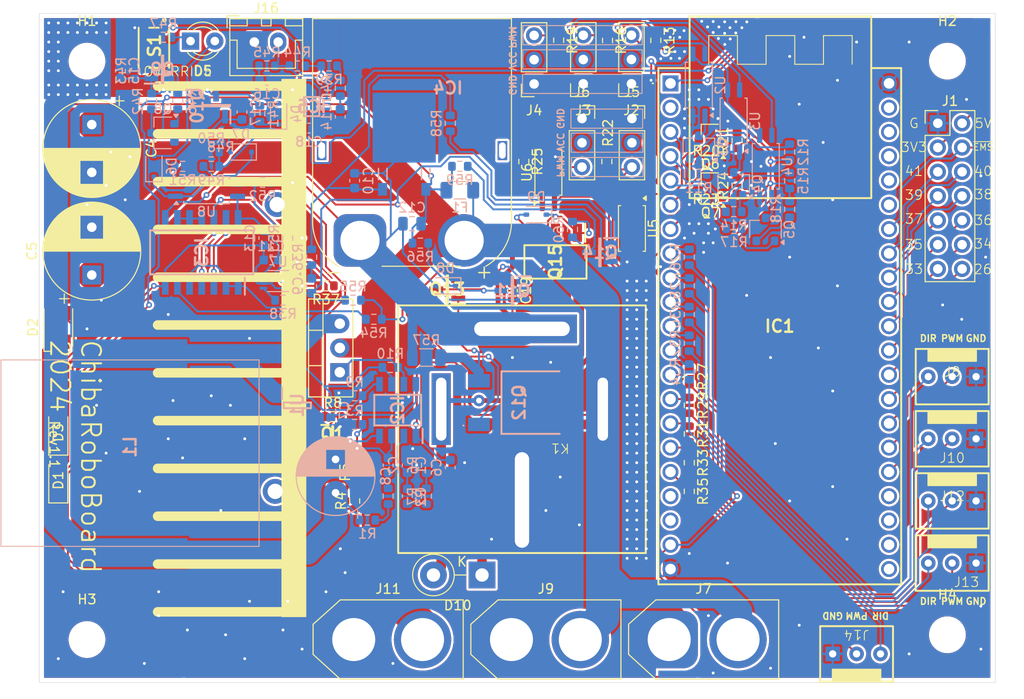
<source format=kicad_pcb>
(kicad_pcb (version 20240108) (generator "pcbnew") (generator_version "8.0")
  (layers (0 "F.Cu" signal) (31 "B.Cu" signal) (34 "B.Paste" user) (35 "F.Paste" user) (36 "B.SilkS" user "B.Silkscreen") (37 "F.SilkS" user "F.Silkscreen") (38 "B.Mask" user) (39 "F.Mask" user) (44 "Edge.Cuts" user))
  (net 0 "")
  (net 1 "Net-(C1-Pad1)")
  (net 2 "/ActuatorPowerSupply/FB")
  (net 3 "/ActuatorPowerSupply/COMP")
  (net 4 "Net-(C3-Pad1)")
  (net 5 "GNDPWR")
  (net 6 "+BATT")
  (net 7 "Net-(IC2-BST)")
  (net 8 "Net-(IC2-VSW)")
  (net 9 "+7.5V")
  (net 10 "-BATT")
  (net 11 "Net-(U7A-RCext)")
  (net 12 "/PowerSupply/LOGPWR")
  (net 13 "/PowerSupply/SAFE_+BATT")
  (net 14 "Net-(C14-Pad1)")
  (net 15 "GND")
  (net 16 "Net-(Q10-COLLECTOR)")
  (net 17 "Net-(C16-Pad1)")
  (net 18 "Net-(Q10-BASE)")
  (net 19 "+5V")
  (net 20 "Net-(D9-K)")
  (net 21 "Net-(D1-A)")
  (net 22 "Net-(D2-A2)")
  (net 23 "Net-(D4-K)")
  (net 24 "/PowerSupply/EMS/OVERRIDE")
  (net 25 "Net-(D5-A)")
  (net 26 "Net-(D5-K)")
  (net 27 "Net-(D6-K)")
  (net 28 "/PowerSupply/EMS/EMBTN")
  (net 29 "Net-(D8-K)")
  (net 30 "/DCMotor/PWM5")
  (net 31 "/DCMotor/PWM4")
  (net 33 "/Servo/Servo4")
  (net 34 "Net-(IC1-36)")
  (net 35 "/Servo/Servo1")
  (net 37 "Net-(IC1-40)")
  (net 38 "/DCMotor/PWM3")
  (net 39 "Net-(IC1-39)")
  (net 40 "/DCMotor/DIR1")
  (net 41 "/DCMotor/DIR5")
  (net 42 "/DCMotor/DIR3")
  (net 43 "Net-(IC1-41)")
  (net 44 "Net-(IC1-33)")
  (net 45 "Net-(IC1-35)")
  (net 47 "Net-(IC1-26)")
  (net 48 "Net-(IC1-34)")
  (net 49 "Net-(IC1-37)")
  (net 50 "/DCMotor/DIR2")
  (net 52 "~{EMS}_{INFO}")
  (net 53 "+3.3V")
  (net 54 "/DCMotor/DIR4")
  (net 55 "/DCMotor/PWM2")
  (net 59 "/Servo/Servo3")
  (net 60 "/Servo/Servo5")
  (net 61 "Net-(IC1-38)")
  (net 62 "/Servo/Servo2")
  (net 63 "/DCMotor/PWM1")
  (net 65 "Net-(IC2-HSDR)")
  (net 66 "Net-(IC2-LSDR)")
  (net 67 "/PowerSupply/WMUP")
  (net 68 "Net-(IC3-3A)")
  (net 69 "Net-(IC3-1Y)")
  (net 70 "/PowerSupply/~{SS}")
  (net 71 "/PowerSupply/~{EMS}")
  (net 72 "Net-(IC2-GND)")
  (net 73 "Net-(IC5-2A)")
  (net 75 "Net-(IC5-1A)")
  (net 76 "Net-(D10-A)")
  (net 77 "Net-(Q1-G)")
  (net 78 "Net-(J2-Pin_3)")
  (net 79 "Net-(J3-Pin_3)")
  (net 80 "Net-(J4-Pin_3)")
  (net 81 "Net-(J5-Pin_3)")
  (net 82 "Net-(J6-Pin_3)")
  (net 83 "Net-(J8-Pin_2)")
  (net 84 "Net-(J8-Pin_3)")
  (net 85 "Net-(J10-Pin_2)")
  (net 86 "Net-(J10-Pin_3)")
  (net 87 "Net-(J12-Pin_2)")
  (net 88 "Net-(J12-Pin_3)")
  (net 89 "Net-(J13-Pin_2)")
  (net 90 "Net-(J13-Pin_3)")
  (net 91 "Net-(J14-Pin_2)")
  (net 92 "Net-(J14-Pin_3)")
  (net 93 "Net-(Q3-Pad1)")
  (net 94 "Net-(Q3-Pad2)")
  (net 95 "Net-(Q3-Pad3)")
  (net 96 "Net-(Q4-Pad2)")
  (net 97 "Net-(Q4-Pad1)")
  (net 98 "Net-(Q4-Pad3)")
  (net 99 "Net-(Q5-Pad2)")
  (net 100 "Net-(Q5-Pad1)")
  (net 101 "Net-(Q5-Pad3)")
  (net 102 "Net-(Q6-Pad1)")
  (net 103 "Net-(Q6-Pad3)")
  (net 104 "Net-(Q6-Pad2)")
  (net 105 "Net-(Q7-Pad1)")
  (net 106 "Net-(Q7-Pad3)")
  (net 107 "Net-(Q7-Pad2)")
  (net 108 "Net-(Q8-Pad1)")
  (net 109 "Net-(Q9-COLLECTOR)")
  (net 110 "Net-(Q11-BASE)")
  (net 111 "Net-(Q14-BASE)")
  (net 112 "Net-(Q13-BASE)")
  (net 113 "Net-(R1-Pad2)")
  (net 114 "Net-(R4-Pad2)")
  (net 115 "Net-(R6-Pad2)")
  (net 116 "Net-(Q14-COLLECTOR)")
  (net 117 "Net-(R52-Pad1)")
  (net 118 "Net-(U7A-~{CLR})")
  (net 119 "MS")
  (net 120 "Net-(U7A-Q)")
  (net 127 "Net-(R51-Pad1)")
  (footprint "Diode_SMD:D_SOD-123" (layer "F.Cu") (at 102 93.85 90)
    (property "Reference" "D3")
    (property "Value" "NSI50010YT1G")
  )
  (footprint "Resistor_SMD:R_0603_1608Metric" (layer "F.Cu") (at 168 91 -90)
    (property "Reference" "R29")
    (property "Value" "2.2k")
  )
  (footprint "Resistor_SMD:R_0603_1608Metric" (layer "F.Cu") (at 159.38011 65.5 -90)
    (property "Reference" "R22")
    (property "Value" "560")
  )
  (footprint "original:AMASS_XT90PW-M_1x02_P11.00mm_Horizontal" (layer "F.Cu") (at 133.4 74.05)
    (property "Reference" "J15" (hide yes))
    (property "Value" "Conn_01x02_Socket")
  )
  (footprint "original:Connector_2510-3P" (layer "F.Cu") (at 195.5 94.5)
    (property "Reference" "J10")
    (property "Value" "Conn_01x03_Socket")
  )
  (footprint "Resistor_SMD:R_0603_1608Metric" (layer "F.Cu") (at 168 94 -90)
    (property "Reference" "R31")
    (property "Value" "2.2k")
  )
  (footprint "Capacitor_THT:CP_Radial_D10.0mm_P5.00mm" (layer "F.Cu") (at 105.5 77.367677 90)
    (property "Reference" "C5")
    (property "Value" "220u")
  )
  (footprint "Resistor_SMD:R_0603_1608Metric" (layer "F.Cu") (at 133 98 90)
    (property "Reference" "R5")
    (property "Value" "4.7k")
  )
  (footprint "original:Connector_2510-3P" (layer "F.Cu") (at 185.5 117 180)
    (property "Reference" "J14")
    (property "Value" "Conn_01x03_Socket")
  )
  (footprint "Connector_PinHeader_2.54mm:PinHeader_2x07_P2.54mm_Vertical" (layer "F.Cu") (at 193.997513 61.494733)
    (property "Reference" "J1")
    (property "Value" "Conn_01x14_Socket")
  )
  (footprint "original:Connector_2510-3P" (layer "F.Cu") (at 195.5 107.5)
    (property "Reference" "J13")
    (property "Value" "Conn_01x03_Socket")
  )
  (footprint "original:V23134J1052D642" (layer "F.Cu") (at 151 94 180)
    (property "Reference" "K1")
    (property "Value" "V23134J")
  )
  (footprint "LED_SMD:LED_Avago_PLCC4_3.2x2.8mm_CW" (layer "F.Cu") (at 102 82.85 90)
    (property "Reference" "D2")
    (property "Value" "VLMKG3400")
  )
  (footprint "Resistor_SMD:R_0603_1608Metric" (layer "F.Cu") (at 164.5 52.825 -90)
    (property "Reference" "R13")
    (property "Value" "560")
  )
  (footprint "Package_TO_SOT_SMD:SC-59" (layer "F.Cu") (at 170.198682 63.249293 180)
    (property "Reference" "Q6")
    (property "Value" "2SA1162-GR_F_")
  )
  (footprint "Package_SO:SOIC-4_4.55x2.6mm_P1.27mm" (layer "F.Cu") (at 153.262632 66.635143 90)
    (property "Reference" "U6")
    (property "Value" "TLP291")
  )
  (footprint "Resistor_SMD:R_0603_1608Metric" (layer "F.Cu") (at 173.000743 63.300149 90)
    (property "Reference" "R21")
    (property "Value" "330")
  )
  (footprint "Package_SO:SOIC-4_4.55x2.6mm_P1.27mm" (layer "F.Cu") (at 162 72.5 -90)
    (property "Reference" "U5")
    (property "Value" "TLP291")
  )
  (footprint "Resistor_SMD:R_0603_1608Metric" (layer "F.Cu") (at 130.723893 92.180854)
    (property "Reference" "R8")
    (property "Value" "10k")
  )
  (footprint "Resistor_SMD:R_0603_1608Metric" (layer "F.Cu") (at 159.448085 52.834604 -90)
    (property "Reference" "R16")
    (property "Value" "560")
  )
  (footprint "SamacSys_Parts:SOT50P160X90-3N" (layer "F.Cu") (at 130.7 94)
    (property "Reference" "Q1")
    (property "Value" "NTA7002NT1G" (hide yes))
  )
  (footprint "Connector_JST:JST_XH_B2B-XH-A_1x02_P2.50mm_Vertical" (layer "F.Cu") (at 122.5 53)
    (property "Reference" "J16")
    (property "Value" "Conn_01x02_Socket")
  )
  (footprint "Connector_PinSocket_2.54mm:PinSocket_1x03_P2.54mm_Vertical" (layer "F.Cu") (at 161.948959 57.363564 180)
    (property "Reference" "J2")
    (property "Value" "Conn_01x03_Socket")
  )
  (footprint "MountingHole:MountingHole_3.2mm_M3" (layer "F.Cu") (at 105 115.5)
    (property "Reference" "H3")
    (property "Value" "MountingHole")
  )
  (footprint "Connector_PinSocket_2.54mm:PinSocket_1x03_P2.54mm_Vertical" (layer "F.Cu") (at 151.768554 57.385064 180)
    (property "Reference" "J4")
    (property "Value" "Conn_01x03_Socket")
  )
  (footprint "MountingHole:MountingHole_3.2mm_M3" (layer "F.Cu") (at 195 55)
    (property "Reference" "H2")
    (property "Value" "MountingHole")
  )
  (footprint "Capacitor_THT:CP_Radial_D10.0mm_P5.00mm" (layer "F.Cu") (at 105.5 61.632323 -90)
    (property "Reference" "C4")
    (property "Value" "220u")
  )
  (footprint "Connector_AMASS:AMASS_XT60-F_1x02_P7.20mm_Vertical" (layer "F.Cu") (at 149.4 115.5)
    (property "Reference" "J9")
    (property "Value" "Conn_01x02_Socket")
  )
  (footprint "original:Connector_2510-3P" (layer "F.Cu") (at 195.5 101)
    (property "Reference" "J12")
    (property "Value" "Conn_01x03_Socket")
  )
  (footprint "Diode_THT:D_5W_P5.08mm_Vertical_KathodeUp" (layer "F.Cu") (at 146.31995 108.748157 180)
    (property "Reference" "D10")
    (property "Value" "D")
  )
  (footprint "Connector_AMASS:AMASS_XT60-F_1x02_P7.20mm_Vertical" (layer "F.Cu") (at 132.9 115.5)
    (property "Reference" "J11")
    (property "Value" "Conn_01x02_Socket")
  )
  (footprint "Connector_PinSocket_2.54mm:PinSocket_1x03_P2.54mm_Vertical" (layer "F.Cu") (at 156.776836 61.000178)
    (property "Reference" "J6")
    (property "Value" "Conn_01x03_Socket")
  )
  (footprint "original:BPUE56" (layer "F.Cu") (at 127.8875 85 90)
    (property "Reference" "HS1")
    (property "Value" "BPUE56-25")
  )
  (footprint "Diode_SMD:D_SOD-123" (layer "F.Cu") (at 102 98.85 90)
    (property "Reference" "D1")
    (property "Value" "NSI50010YT1G")
  )
  (footprint "Connector_PinSocket_2.54mm:PinSocket_1x03_P2.54mm_Vertical" (layer "F.Cu") (at 162 61)
    (property "Reference" "J5")
    (property "Value" "Conn_01x03_Socket")
  )
  (footprint "Capacitor_SMD:C_0603_1608Metric" (layer "F.Cu") (at 149.5 79 -90)
    (property "Reference" "C19")
    (property "Value" "100n")
  )
  (footprint "SamacSys_Parts:SOT230P700X180-4N" (layer "F.Cu") (at 154 76 -90)
    (property "Reference" "Q15")
    (property "Value" "IRFL014TRPBF" (hide yes))
  )
  (footprint "Resistor_SMD:R_0603_1608Metric" (layer "F.Cu") (at 168 100 -90)
    (property "Reference" "R35")
    (property "Value" "2.2k")
  )
  (footprint "SamacSys_Parts:SMT_4.2X3.2_" (layer "F.Cu") (at 112.001483 53.602024 -90)
    (property "Reference" "S1")
    (property "Value" "SKRPACE010" (hide yes))
  )
  (footprint "Resistor_SMD:R_0603_1608Metric" (layer "F.Cu") (at 173 68 90)
    (property "Reference" "R24")
    (property "Value" "330")
  )
  (footprint "Resistor_SMD:R_0603_1608Metric" (layer "F.Cu") (at 130 78.5 180)
    (property "Reference" "R37")
    (property "Value" "2.2k")
  )
  (footprint "Resistor_SMD:R_0603_1608Metric" (layer "F.Cu") (at 150.693174 65.5 -90)
    (property "Reference" "R25")
    (property "Value" "560")
  )
  (footprint "SamacSys_Parts:SOT95P260X156-3N" (layer "F.Cu") (at 142.686443 78.864947 180)
    (property "Reference" "Q13")
    (property "Value" "2SC2712-GR_TE85L,F" (hide yes))
  )
  (footprint "original:ESP32S2DevKitM1" (layer "F.Cu") (at 166.035 57.325)
    (property "Reference" "IC1")
    (property "Value" "ESP32-S2-DevKitM-1" (hide yes))
  )
  (footprint "original:Connector_2510-3P" (layer "F.Cu") (at 195.5 88)
    (property "Reference" "J8")
    (property "Value" "Conn_01x03_Socket")
  )
  (footprint "MountingHole:MountingHole_3.2mm_M3" (layer "F.Cu") (at 195 115)
    (property "Reference" "H4")
    (property "Value" "MountingHole")
  )
  (footprint "Package_TO_SOT_THT:TO-220-3_Vertical" (layer "F.Cu") (at 131.445 87.54 90)
    (property "Reference" "Q2")
    (property "Value" "IRFIZ24NPbF")
  )
  (footprint "Package_TO_SOT_SMD:SC-59" (layer "F.Cu") (at 170.203427 68.339513 180)
    (property "Reference" "Q7")
    (property "Value" "2SA1162-GR_F_")
  )
  (footprint "Connector_AMASS:AMASS_XT60-F_1x02_P7.20mm_Vertical" (layer "F.Cu") (at 165.9 115.5)
    (property "Reference" "J7")
    (property "Value" "Conn_01x02_Socket")
  )
  (footprint "Resistor_SMD:R_0603_1608Metric" (layer "F.Cu") (at 133 101 90)
    (property "Reference" "R4")
    (property "Value" "13k")
  )
  (footprint "Resistor_SMD:R_0603_1608Metric" (layer "F.Cu") (at 168 88 -90)
    (property "Reference" "R27")
    (property "Value" "2.2k")
  )
  (footprint "MountingHole:MountingHole_3.2mm_M3" (layer "F.Cu") (at 105 55)
    (property "Reference" "H1")
    (property "Value" "MountingHole")
  )
  (footprint "Connector_PinSocket_2.54mm:PinSocket_1x03_P2.54mm_Vertical" (layer "F.Cu") (at 156.91187 57.369899 180)
    (property "Reference" "J3")
    (property "Value" "Conn_01x03_Socket")
  )
  (footprint "Resistor_SMD:R_0603_1608Metric" (layer "F.Cu") (at 169.781806 65.801274)
    (property "Reference" "R20")
    (property "Value" "16k")
  )
  (footprint "LED_THT:LED_D3.0mm" (layer "F.Cu") (at 115.828498 52.89896)
    (property "Reference" "D5")
    (property "Value" "LED")
  )
  (footprint "Resistor_SMD:R_0603_1608Metric" (layer "F.Cu") (at 154.338238 52.808808 -90)
    (property "Reference" "R19")
    (property "Value" "560")
  )
  (footprint "Resistor_SMD:R_0603_1608Metric" (layer "F.Cu") (at 169.781806 70.876853)
    (property "Reference" "R23")
    (property "Value" "16k")
  )
  (footprint "Resistor_SMD:R_0603_1608Metric" (layer "F.Cu") (at 168 97 -90)
    (property "Reference" "R33")
    (property "Value" "2.2k")
  )
  (footprint "Resistor_SMD:R_0603_1608Metric" (layer "B.Cu") (at 140.5 100.506981 -90)
    (property "Reference" "R7")
    (property "Value" "56k")
  )
  (footprint "Capacitor_SMD:C_0603_1608Metric" (layer "B.Cu") (at 121.213802 60.322364 90)
    (property "Reference" "C17")
    (property "Value" "100n")
  )
  (footprint "Package_TO_SOT_SMD:SC-59" (layer "B.Cu") (at 169 64 90)
    (property "Reference" "Q3")
    (property "Value" "2SA1162-GR_F_")
  )
  (footprint "Capacitor_SMD:C_0603_1608Metric" (layer "B.Cu") (at 128.5 78.5 -90)
    (property "Reference" "C9")
    (property "Value" "1u")
  )
  (footprint "Capacitor_SMD:C_0603_1608Metric" (layer "B.Cu") (at 131.491802 60.810542 -90)
    (property "Reference" "C14")
    (property "Value" "100n")
  )
  (footprint "Resistor_SMD:R_0603_1608Metric" (layer "B.Cu") (at 115 66)
    (property "Reference" "R51")
    (property "Value" "360")
  )
  (footprint "SamacSys_Parts:SOP50P310X90-8N" (layer "B.Cu") (at 128.5 59.75 180)
    (property "Reference" "IC5")
    (property "Value" "TC7W14FK" (hide yes))
  )
  (footprint "Capacitor_THT:CP_Radial_D8.0mm_P3.50mm" (layer "B.Cu") (at 131 100.152651 90)
    (property "Reference" "C8")
    (property "Value" "OS-CON 220uF16V105℃")
  )
  (footprint "SamacSys_Parts:IRFR014TRPBFBE3" (layer "B.Cu") (at 150.223 90.714 90)
    (property "Reference" "Q12")
    (property "Value" "IRFR014TRPBF-BE3" (hide yes))
  )
  (footprint "Package_TO_SOT_SMD:SC-59" (layer "B.Cu") (at 112.95 62.5 180)
    (property "Reference" "Q8")
    (property "Value" "2SA1162-GR_F_")
  )
  (footprint "Resistor_SMD:R_0603_1608Metric" (layer "B.Cu") (at 155.787095 72.601873 -90)
    (property "Reference" "R60")
    (property "Value" "300")
  )
  (footprint "Capacitor_SMD:C_0603_1608Metric" (layer "B.Cu") (at 138.5 97.266895 -90)
    (property "Reference" "C2")
    (property "Value" "18p")
  )
  (footprint "Resistor_SMD:R_0603_1608Metric" (layer "B.Cu") (at 178.5 70.5 -90)
    (property "Reference" "R18")
    (property "Value" "330")
  )
  (footprint "Package_SO:SOIC-4_4.55x2.6mm_P1.27mm" (layer "B.Cu") (at 169 57.5 90)
    (property "Reference" "U2")
    (property "Value" "TLP291")
  )
  (footprint "Resistor_SMD:R_0603_1608Metric" (layer "B.Cu") (at 133 93 180)
    (property "Reference" "R3")
    (property "Value" "1.6k")
  )
  (footprint "Capacitor_SMD:C_0603_1608Metric" (layer "B.Cu") (at 136.5 97.275 90)
    (property "Reference" "C1")
    (property "Value" "8.2n")
  )
  (footprint "Resistor_SMD:R_0603_1608Metric" (layer "B.Cu") (at 113 52.5 180)
    (property "Reference" "R47")
    (property "Value" "390")
  )
  (footprint "Capacitor_SMD:C_0603_1608Metric" (layer "B.Cu") (at 143 97.5 -90)
    (property "Reference" "C6")
    (property "Value" "100n")
  )
  (footprint "Resistor_SMD:R_0603_1608Metric" (layer "B.Cu") (at 140.515499 97.271313 -90)
    (property "Reference" "R6")
    (property "Value" "3k")
  )
  (footprint "Resistor_SMD:R_0603_1608Metric" (layer "B.Cu") (at 134.325 103)
    (property "Reference" "R1")
    (property "Value" "330")
  )
  (footprint "SamacSys_Parts:SOIC127P780X190-14N" (layer "B.Cu") (at 117 75 90)
    (property "Reference" "IC3")
    (property "Value" "TC74HC00AF_F_" (hide yes))
  )
  (footprint "Capacitor_SMD:C_0603_1608Metric" (layer "B.Cu") (at 128.225 62)
    (property "Reference" "C18")
    (property "Value" "100n")
  )
  (footprint "Resistor_SMD:R_0603_1608Metric" (layer "B.Cu") (at 123.075 60.5 90)
    (property "Reference" "R41")
    (property "Value" "470")
  )
  (footprint "Resistor_SMD:R_0603_1608Metric" (layer "B.Cu") (at 128.5 75.5 -90)
    (property "Reference" "R36")
    (property "Value" "200k")
  )
  (footprint "Package_TO_SOT_SMD:SC-59" (layer "B.Cu") (at 175.968196 72.598876 90)
    (property "Reference" "Q5")
    (property "Value" "2SA1162-GR_F_")
  )
  (footprint "Resistor_SMD:R_0603_1608Metric" (layer "B.Cu") (at 143 61.5 -90)
    (property "Reference" "R58")
    (property "Value" "10k")
  )
  (footprint "Resistor_SMD:R_0603_1608Metric" (layer "B.Cu") (at 119 62.557176)
    (property "Reference" "R48")
    (property "Value" "4.3k")
  )
  (footprint "Resistor_SMD:R_0603_1608Metric" (layer "B.Cu") (at 172.675 72.5)
    (property "Reference" "R17")
    (property "Value" "16k")
  )
  (footprint "Capacitor_SMD:C_0603_1608Metric" (layer "B.Cu") (at 130.5 91.5 90)
    (property "Reference" "C7")
    (property "Value" "100n")
  )
  (footprint "Resistor_SMD:R_0603_1608Metric" (layer "B.Cu") (at 139.867214 74.029487)
    (property "Reference" "R56")
    (property "Value" "2.2k")
  )
  (footprint "Diode_SMD:D_SOD-323" (layer "B.Cu") (at 152.004674 71.055664 180)
    (property "Reference" "D9")
    (property "Value" "12V_Zener")
  )
  (footprint "Capacitor_SMD:C_0603_1608Metric" (layer "B.Cu") (at 108.5 56 90)
    (property "Reference" "C15")
    (property "Value" "1u")
  )
  (footprint "Resistor_SMD:R_0603_1608Metric" (layer "B.Cu") (at 118 66)
    (property "Reference" "R49")
    (property "Value" "1.2k")
  )
  (footprint "Capacitor_SMD:C_0603_1608Metric" (layer "B.Cu") (at 133 67.5 90)
    (property "Reference" "C10")
    (property "Value" "100n")
  )
  (footprint "Diode_SMD:D_SOD-323F" (layer "B.Cu") (at 121.10632 64.5 180)
    (property "Reference" "D7")
    (property "Value" "D_Schottky")
  )
  (footprint "Capacitor_SMD:C_0603_1608Metric" (layer "B.Cu") (at 123.5 73.5 -90)
    (property "Reference" "C13")
    (property "Value" "100n")
  )
  (footprint "Resistor_SMD:R_0603_1608Metric" (layer "B.Cu") (at 169.005651 66.829614)
    (property "Reference" "R11")
    (property "Value" "16k")
  )
  (footprint "Diode_SMD:D_SOD-323F" (layer "B.Cu") (at 125.04766 60.507385 90)
    (property "Reference" "D4")
    (property "Value" "D_Schottky")
  )
  (footprint "Package_TO_SOT_SMD:SC-59" (layer "B.Cu") (at 172.646028 67.825666 90)
    (property "Reference" "Q4")
    (property "Value" "2SA1162-GR_F_")
  )
  (footprint "Resistor_SMD:R_0603_1608Metric" (layer "B.Cu") (at 178.5 64.5 90)
    (property "Reference" "R12")
    (property "Value" "330")
  )
  (footprint "Capacitor_SMD:C_0805_2012Metric" (layer "B.Cu") (at 139 72 180)
    (property "Reference" "C12")
    (property "Value" "10u")
  )
  (footprint "Resistor_SMD:R_0603_1608Metric" (layer "B.Cu") (at 136.5 100.5 90)
    (property "Reference" "R2")
    (property "Value" "18")
  )
  (footprint "Diode_SMD:D_SOD-323F" (layer "B.Cu") (at 112 66 90)
    (property "Reference" "D6")
    (property "Value" "D_Schottky")
  )
  (footprint "Resistor_SMD:R_0603_1608Metric" (layer "B.Cu") (at 130.325 55.5)
    (property "Reference" "R39")
    (property "Value" "2.2k")
  )
  (footprint "SamacSys_Parts:SOT95P260X156-3N" (layer "B.Cu") (at 158.65 75 180)
    (property "Reference" "Q14")
    (property "Value" "2SC2712-GR_TE85L,F" (hide yes))
  )
  (footprint "Resistor_SMD:R_0603_1608Metric" (layer "B.Cu") (at 144 66)
    (property "Reference" "R59")
    (property "Value" "1.3k")
  )
  (footprint "Resistor_SMD:R_0603_1608Metric" (layer "B.Cu") (at 168 78.5 -90)
    (property "Reference" "R28")
    (property "Value" "2.2k")
  )
  (footprint "Resistor_SMD:R_0603_1608Metric" (layer "B.Cu") (at 114.494934 59.187836 90)
    (property "Reference" "R46")
    (property "Value" "430")
  )
  (footprint "Capacitor_SMD:C_0603_1608Metric" (layer "B.Cu") (at 124.257379 75.790854 180)
    (property "Reference" "C11")
    (property "Value" "100n")
  )
  (footprint "Resistor_SMD:R_0603_1608Metric" (layer "B.Cu") (at 110 56 -90)
    (property "Reference" "R43")
    (property "Value" "100")
  )
  (footprint "Resistor_SMD:R_0603_1608Metric" (layer "B.Cu") (at 168 81.5 -90)
    (property "Reference" "R30")
    (property "Value" "2.2k")
  )
  (footprint "Package_SO:SOIC-4_4.55x2.6mm_P1.27mm" (layer "B.Cu") (at 176 66 90)
    (property "Reference" "U4")
    (property "Value" "TLP291")
  )
  (footprint "Capacitor_SMD:C_0603_1608Metric" (layer "B.Cu") (at 123.810342 57.008178)
    (property "Reference" "C16")
    (property "Value" "100n")
  )
  (footprint "SamacSys_Parts:SOT95P260X156-3N" (layer "B.Cu") (at 149.5 79 180)
    (property "Reference" "Q11")
    (property "Value" "2SC2712-GR_TE85L,F" (hide yes))
  )
  (footprint "Resistor_SMD:R_0603_1608Metric" (layer "B.Cu") (at 168 84.5 -90)
    (property "Reference" "R32")
    (property "Value" "2.2k")
  )
  (footprint "Resistor_SMD:R_0603_1608Metric" (layer "B.Cu") (at 168 75.5 -90)
    (property "Reference" "R26")
    (property "Value" "2.2k")
  )
  (footprint "Fuse:Fuse_1206_3216Metric" (layer "B.Cu") (at 144 68.5)
    (property "Reference" "F1")
    (property "Value" "Fuse")
  )
  (footprint "Resistor_SMD:R_0603_1608Metric" (layer "B.Cu") (at 172.655768 70.735149)
    (property "Reference" "R14")
    (property "Value" "16k")
  )
  (footprint "Resistor_SMD:R_0603_1608Metric" (layer "B.Cu") (at 168 87.5 -90)
    (property "Reference" "R34")
    (property "Value" "2.2k")
  )
  (footprint "Resistor_SMD:R_1206_3216Metric" (layer "B.Cu") (at 140.5 86 180)
    (property "Reference" "R57")
    (property "Value" "1.3")
  )
  (footprint "Resistor_SMD:R_0603_1608Metric" (layer "B.Cu") (at 131.5 57.825 -90)
    (property "Reference" "R40")
    (property "Value" "100k")
  )
  (footprint "Resistor_SMD:R_0603_1608Metric" (layer "B.Cu") (at 135 82)
    (property "Reference" "R54")
    (property "Value" "5.6k")
  )
  (footprint "Resistor_SMD:R_0603_1608Metric" (layer "B.Cu") (at 133 90 180)
    (property "Reference" "R9")
    (property "Value" "56k")
  )
  (footprint "Resistor_SMD:R_0603_1608Metric" (layer "B.Cu") (at 126 73.511152 -90)
    (property "Reference" "R53")
    (property "Value" "2.2k")
  )
  (footprint "SamacSys_Parts:SOT95P260X156-3N" (layer "B.Cu") (at 118.5 59.65 90)
    (property "Reference" "Q10")
    (property "Value" "2SC2712-GR_TE85L,F" (hide yes))
  )
  (footprint "Resistor_SMD:R_0603_1608Metric" (layer "B.Cu") (at 127 55.5 180)
    (property "Reference" "R44")
    (property "Value" "2.2k")
  )
  (footprint "Resistor_SMD:R_0603_1608Metric" (layer "B.Cu") (at 178.5 67.5 90)
    (property "Reference" "R15")
    (property "Value" "330")
  )
  (footprint "Diode_SMD:D_SOD-323" (layer "B.Cu") (at 142.5 78.5 180)
    (property "Reference" "D8")
    (property "Value" "12V_Zener")
  )
  (footprint "SamacSys_Parts:SOIC127P600X175-8N" (layer "B.Cu") (at 137.5 91.5 90)
    (property "Reference" "IC2")
    (property "Value" "NCP3020ADR2G" (hide yes))
  )
  (footprint "Resistor_SMD:R_0603_1608Metric" (layer "B.Cu") (at 125.5 80)
    (property "Reference" "R38")
    (property "Value" "2.2k")
  )
  (footprint "Package_SO:VSSOP-8_2.3x2mm_P0.5mm" (layer "B.Cu") (at 125 78 180)
    (property "Reference" "U7")
    (property "Value" "74LVC1G123")
  )
  (footprint "Package_SO:SOIC-4_4.55x2.6mm_P1.27mm" (layer "B.Cu") (at 117.5 68.5)
    (property "Reference" "U8")
    (property "Value" "TLP291")
  )
  (footprint "Resistor_SMD:R_0603_1608Metric" (layer "B.Cu") (at 123.825 55.5 180)
    (property "Reference" "R45")
    (property "Value" "100k")
  )
  (footprint "Capacitor_SMD:C_0603_1608Metric" (layer "B.Cu") (at 138.508397 100.495049 90)
    (property "Reference" "C3")
    (property "Value" "3.3n")
  )
  (footprint "Package_SO:SOIC-4_4.55x2.6mm_P1.27mm" (layer "B.Cu") (at 172.635 61.25 90)
    (property "Reference" "U3")
    (property "Value" "TLP291")
  )
  (footprint "Resistor_SMD:R_0603_1608Metric" (layer "B.Cu") (at 111.757701 59.20054 -90)
    (property "Reference" "R42")
    (property "Value" "470")
  )
  (footprint "SamacSys_Parts:SOT95P280X95-6N" (layer "B.Cu") (at 127 91 -90)
    (property "Reference" "U1")
    (property "Value" "TSM3446CX6" (hide yes))
  )
  (footprint "Resistor_SMD:R_0603_1608Metric" (layer "B.Cu") (at 132.825 80 180)
    (property "Reference" "R55")
    (property "Value" "1k")
  )
  (footprint "Resistor_SMD:R_0603_1608Metric" (layer "B.Cu") (at 136.726657 87.032933 180)
    (property "Reference" "R10")
    (property "Value" "1k")
  )
  (footprint "SamacSys_Parts:TO225P972X240-3N" (layer "B.Cu") (at 138.183875 62.104659 180)
    (property "Reference" "IC4")
    (property "Value" "L78M05CDT" (hide yes))
  )
  (footprint "original:60B104C_correct" (layer "B.Cu") (at 109.5 96 -90)
    (property "Reference" "L1")
    (property "Value" "60B104C" (hide yes))
  )
  (footprint "Resistor_SMD:R_0603_1608Metric" (layer "B.Cu") (at 123.363694 67.67297)
    (property "Reference" "R52")
    (property "Value" "10k")
  )
  (footprint "SamacSys_Parts:SOT95P260X156-3N" (layer "B.Cu") (at 112.9 55.85)
    (property "Reference" "Q9")
    (property "Value" "2SC2712-GR_TE85L,F" (hide yes))
  )
  (footprint "Resistor_SMD:R_0603_1608Metric" (layer "B.Cu") (at 118.000904 64.495647 180)
    (property "Reference" "R50")
    (property "Value" "3.3k")
  )
  (gr_rect (start 125.839007 88.838861) (end 127.201681 92.839639) (stroke (width 0.2)) (fill solid) (layer "B.Cu") (net 8))
  (gr_rect (start 150.586911 51.28075) (end 163.086911 53.28075) (stroke (width 0.1)) (fill none) (layer "B.SilkS"))
  (gr_rect (start 150.580194 53.807501) (end 163.080194 55.807501) (stroke (width 0.1)) (fill none) (layer "B.SilkS"))
  (gr_rect (start 155.621002 60.012586) (end 163.121002 62.012586) (stroke (width 0.1)) (fill none) (layer "B.SilkS"))
  (gr_rect (start 150.560141 56.377527) (end 163.060141 58.377527) (stroke (width 0.1)) (fill none) (layer "B.SilkS"))
  (gr_rect (start 155.667807 65.072605) (end 163.167807 67.072605) (stroke (width 0.1)) (fill none) (layer "B.SilkS"))
  (gr_rect (start 155.647753 62.525801) (end 163.147753 64.525801) (stroke (width 0.1)) (fill none) (layer "B.SilkS"))
  (gr_rect (start 100 50) (end 200 120) (stroke (width 0.05)) (fill none) (layer "Edge.Cuts"))
  (gr_text "GND" (at 149.5 57.5 270) (layer "B.SilkS") (effects (font (size 0.7 0.7) (thickness 0.15) (bold yes)) (justify mirror)))
  (gr_text "GND" (at 154.5 61 270) (layer "B.SilkS") (effects (font (size 0.7 0.7) (thickness 0.15) (bold yes)) (justify mirror)))
  (gr_text "VCC" (at 154.5 63.5 270) (layer "B.SilkS") (effects (font (size 0.7 0.7) (thickness 0.15) (bold yes)) (justify mirror)))
  (gr_text "VCC" (at 149.5 55 270) (layer "B.SilkS") (effects (font (size 0.7 0.7) (thickness 0.15) (bold yes)) (justify mirror)))
  (gr_text "PWM" (at 149.5 52.5 270) (layer "B.SilkS") (effects (font (size 0.7 0.7) (thickness 0.15) (bold yes)) (justify mirror)))
  (gr_text "PWM" (at 154.5 66 270) (layer "B.SilkS") (effects (font (size 0.7 0.7) (thickness 0.15) (bold yes)) (justify mirror)))
  (gr_text "GND" (at 183 113 180) (layer "F.SilkS") (effects (font (size 0.7 0.7) (thickness 0.15) (bold yes))))
  (gr_text "PWM" (at 185.5 113 180) (layer "F.SilkS") (effects (font (size 0.7 0.7) (thickness 0.15) (bold yes))))
  (gr_text "ChibaRoboBoard\n2024" (at 101 84 -90) (layer "F.SilkS") (effects (font (size 2 2) (thickness 0.2)) (justify left bottom)))
  (gr_text "Rev1.1\n" (at 101 92.5 270) (layer "F.SilkS") (effects (font (size 1 1)) (justify left bottom)))
  (gr_text "34" (at 198.732641 74.107119 0) (layer "F.SilkS") (effects (font (size 1 1) (thickness 0.1))))
  (gr_text "5V" (at 198.752224 61.5 0) (layer "F.SilkS") (effects (font (size 1 1) (thickness 0.1))))
  (gr_text "PWM" (at 195.5 111.5 0) (layer "F.SilkS") (effects (font (size 0.7 0.7) (thickness 0.15) (bold yes))))
  (gr_text "35" (at 191.484865 74.184726 0) (layer "F.SilkS") (effects (font (size 1 1) (thickness 0.1))))
  (gr_text "OVERRIDE" (at 110.838231 56.660428 0) (layer "F.SilkS") (effects (font (size 1 1) (thickness 0.1)) (justify left bottom)))
  (gr_text "DIR" (at 188 113 180) (layer "F.SilkS") (effects (font (size 0.7 0.7) (thickness 0.15) (bold yes))))
  (gr_text "38" (at 198.776953 68.944778 0) (layer "F.SilkS") (effects (font (size 1 1) (thickness 0.1))))
  (gr_text "~{EMS}" (at 198.743719 63.995913 0) (layer "F.SilkS") (effects (font (size 0.7 0.7) (thickness 0.1))))
  (gr_text "41" (at 191.5 66.5 0) (layer "F.SilkS") (effects (font (size 1 1) (thickness 0.1))))
  (gr_text "40" (at 198.743719 66.512204 0) (layer "F.SilkS") (effects (font (size 1 1) (thickness 0.1))))
  (gr_text "37" (at 191.5 71.5 0) (layer "F.SilkS") (effects (font (size 1 1) (thickness 0.1))))
  (gr_text "PWM" (at 195.5 84 0) (layer "F.SilkS") (effects (font (size 0.7 0.7) (thickness 0.15) (bold yes))))
  (gr_text "GND" (at 198 111.5 0) (layer "F.SilkS") (effects (font (size 0.7 0.7) (thickness 0.15) (bold yes))))
  (gr_text "GND" (at 198 84 0) (layer "F.SilkS") (effects (font (size 0.7 0.7) (thickness 0.15) (bold yes))))
  (gr_text "36" (at 198.754797 71.641255 0) (layer "F.SilkS") (effects (font (size 1 1) (thickness 0.1))))
  (gr_text "DIR" (at 193 84 0) (layer "F.SilkS") (effects (font (size 0.7 0.7) (thickness 0.15) (bold yes))))
  (gr_text "G" (at 191.5 61.5 0) (layer "F.SilkS") (effects (font (size 1 1) (thickness 0.1))))
  (gr_text "DIR" (at 193 111.5 0) (layer "F.SilkS") (effects (font (size 0.7 0.7) (thickness 0.15) (bold yes))))
  (gr_text "3V3" (at 191.5 64 0) (layer "F.SilkS") (effects (font (size 1 1) (thickness 0.1))))
  (gr_text "33" (at 191.511078 76.75628 0) (layer "F.SilkS") (effects (font (size 1 1) (thickness 0.1))))
  (gr_text "39" (at 191.5 69 0) (layer "F.SilkS") (effects (font (size 1 1) (thickness 0.1))))
  (gr_text "26" (at 198.699406 76.776953 0) (layer "F.SilkS") (effects (font (size 1 1) (thickness 0.1))))
  (segment (start 136.5 98.05) (end 136.5 99.675) (width 0.2) (layer "B.Cu") (net 1))
  (segment (start 133.25 95.5) (end 133.25 94) (width 0.2) (layer "F.Cu") (net 2))
  (segment (start 133.25 95.5) (end 133 95.75) (width 0.2) (layer "F.Cu") (net 2))
  (segment (start 133 95.75) (end 133 97.175) (width 0.2) (layer "F.Cu") (net 2))
  (via (at 133.25 94) (size 0.6) (drill 0.3) (layers "F.Cu" "B.Cu") (net 2))
  (via (at 133.25 95.5) (size 0.6) (drill 0.3) (layers "F.Cu" "B.Cu") (net 2))
  (segment (start 136.865 94.6245) (end 136.865 94.212) (width 0.2) (layer "B.Cu") (net 2))
  (segment (start 136.5 96.5) (end 135.5 95.5) (width 0.2) (layer "B.Cu") (net 2))
  (segment (start 133.825 93) (end 133.825 93.425) (width 0.2) (layer "B.Cu") (net 2))
  (segment (start 133.825 93.425) (end 133.25 94) (width 0.2) (layer "B.Cu") (net 2))
  (segment (start 135.5 95.5) (end 133.25 95.5) (width 0.2) (layer "B.Cu") (net 2))
  (segment (start 136.865 95.635) (end 136.865 94.212) (width 0.2) (layer "B.Cu") (net 2))
  (segment (start 136.5 96.5) (end 136.5 96) (width 0.2) (layer "B.Cu") (net 2))
  (segment (start 136.553687 96.446313) (end 136.5 96.5) (width 0.2) (layer "B.Cu") (net 2))
  (segment (start 136.5 96) (end 136.865 95.635) (width 0.2) (layer "B.Cu") (net 2))
  (segment (start 138.5 99.711652) (end 138.508397 99.720049) (width 0.2) (layer "B.Cu") (net 3))
  (segment (start 138.135 94.6245) (end 137.5 95.2595) (width 0.2) (layer "B.Cu") (net 3))
  (segment (start 137.5 97.041895) (end 138.5 98.041895) (width 0.2) (layer "B.Cu") (net 3))
  (segment (start 138.5 98.041895) (end 138.5 99.711652) (width 0.2) (layer "B.Cu") (net 3))
  (segment (start 138.135 94.212) (end 138.135 94.6245) (width 0.2) (layer "B.Cu") (net 3))
  (segment (start 137.5 95.2595) (end 137.5 97.041895) (width 0.2) (layer "B.Cu") (net 3))
  (segment (start 140.5 101.331981) (end 140.168019 101.331981) (width 0.2) (layer "B.Cu") (net 4))
  (segment (start 140.168019 101.331981) (end 140.106087 101.270049) (width 0.2) (layer "B.Cu") (net 4))
  (segment (start 140.106087 101.270049) (end 138.508397 101.270049) (width 0.2) (layer "B.Cu") (net 4))
  (segment (start 140.561932 101.270049) (end 140.5 101.331981) (width 0.2) (layer "B.Cu") (net 4))
  (segment (start 150.5 107.5) (end 150.5 114.4) (width 3.5) (layer "F.Cu") (net 5))
  (segment (start 150.5 107.5) (end 152.5 109.5) (width 3.5) (layer "F.Cu") (net 5))
  (segment (start 164.02157 55) (end 164.02157 56.97843) (width 0.2) (layer "F.Cu") (net 5))
  (segment (start 152.5 109.5) (end 162 109.5) (width 3.5) (layer "F.Cu") (net 5))
  (segment (start 153.897632 64.906379) (end 153.991253 65) (width 0.2) (layer "F.Cu") (net 5))
  (segment (start 153.906379 63.406379) (end 154 63.5) (width 0.2) (layer "F.Cu") (net 5))
  (segment (start 153.897632 63.385143) (end 153.897632 64.906379) (width 0.2) (layer "F.Cu") (net 5))
  (segment (start 164.02157 56.97843) (end 164 57) (width 0.2) (layer "F.Cu") (net 5))
  (segment (start 165.9 113.4) (end 165.9 115.5) (width 3.5) (layer "F.Cu") (net 5))
  (segment (start 150.5 114.4) (end 149.4 115.5) (width 0.2) (layer "F.Cu") (net 5))
  (segment (start 150.5 100.9) (end 150.5 107.5) (width 3.5) (layer "F.Cu") (net 5))
  (segment (start 150.5 100.9) (end 151.3 100.9) (width 0.2) (layer "F.Cu") (net 5))
  (segment (start 162 109.5) (end 165.9 113.4) (width 3.5) (layer "F.Cu") (net 5))
  (via (at 106 91) (size 0.6) (drill 0.3) (layers "F.Cu" "B.Cu") (net 5))
  (via (at 162.5 106) (size 0.6) (drill 0.3) (layers "F.Cu" "B.Cu") (net 5))
  (via (at 153.5 86.5) (size 0.6) (drill 0.3) (layers "F.Cu" "B.Cu") (net 5))
  (via (at 161.5 105) (size 0.6) (drill 0.3) (layers "F.Cu" "B.Cu") (net 5))
  (via (at 107 68) (size 0.6) (drill 0.3) (layers "F.Cu" "B.Cu") (net 5))
  (via (at 153 102) (size 0.6) (drill 0.3) (layers "F.Cu" "B.Cu") (net 5))
  (via (at 162.5 103) (size 0.6) (drill 0.3) (layers "F.Cu" "B.Cu") (net 5))
  (via (at 161.5 98) (size 0.6) (drill 0.3) (layers "F.Cu" "B.Cu") (net 5))
  (via (at 161.5 96) (size 0.6) (drill 0.3) (layers "F.Cu" "B.Cu") (net 5))
  (via (at 163.5 83) (size 0.6) (drill 0.3) (layers "F.Cu" "B.Cu") (net 5))
  (via (at 161.5 97) (size 0.6) (drill 0.3) (layers "F.Cu" "B.Cu") (net 5))
  (via (at 162.5 102) (size 0.6) (drill 0.3) (layers "F.Cu" "B.Cu") (net 5))
  (via (at 102 117.5) (size 0.6) (drill 0.3) (layers "F.Cu" "B.Cu") (net 5))
  (via (at 162.5 91) (size 0.6) (drill 0.3) (layers "F.Cu" "B.Cu") (net 5))
  (via (at 161.5 79) (size 0.6) (drill 0.3) (layers "F.Cu" "B.Cu") (net 5))
  (via (at 162.5 92) (size 0.6) (drill 0.3) (layers "F.Cu" "B.Cu") (net 5))
  (via (at 127.5 116.5) (size 0.6) (drill 0.3) (layers "F.Cu" "B.Cu") (net 5))
  (via (at 162.5 85) (size 0.6) (drill 0.3) (layers "F.Cu" "B.Cu") (net 5))
  (via (at 161.5 103) (size 0.6) (drill 0.3) (layers "F.Cu" "B.Cu") (net 5))
  (via (at 162.5 96) (size 0.6) (drill 0.3) (layers "F.Cu" "B.Cu") (net 5))
  (via (at 163.5 91) (size 0.6) (drill 0.3) (layers "F.Cu" "B.Cu") (net 5))
  (via (at 130 110.5) (size 0.6) (drill 0.3) (layers "F.Cu" "B.Cu") (net 5))
  (via (at 131.347155 89.706143) (size 0.6) (drill 0.3) (layers "F.Cu" "B.Cu") (net 5))
  (via (at 161.5 85) (size 0.6) (drill 0.3) (layers "F.Cu" "B.Cu") (net 5))
  (via (at 113.5 94.5) (size 0.6) (drill 0.3) (layers "F.Cu" "B.Cu") (net 5))
  (via (at 131.492466 93.227365) (size 0.6) (drill 0.3) (layers "F.Cu" "B.Cu") (net 5))
  (via (at 107 96) (size 0.6) (drill 0.3) (layers "F.Cu" "B.Cu") (net 5))
  (via (at 161.5 88) (size 0.6) (drill 0.3) (layers "F.Cu" "B.Cu") (net 5))
  (via (at 163.5 103) (size 0.6) (drill 0.3) (layers "F.Cu" "B.Cu") (net 5))
  (via (at 163.5 102) (size 0.6) (drill 0.3) (layers "F.Cu" "B.Cu") (net 5))
  (via (at 161.5 107) (size 0.6) (drill 0.3) (layers "F.Cu" "B.Cu") (net 5))
  (via (at 105 83) (size 0.6) (drill 0.3) (layers "F.Cu" "B.Cu") (net 5))
  (via (at 162.5 97) (size 0.6) (drill 0.3) (layers "F.Cu" "B.Cu") (net 5))
  (via (at 162.5 98) (size 0.6) (drill 0.3) (layers "F.Cu" "B.Cu") (net 5))
  (via (at 115 96.5) (size 0.6) (drill 0.3) (layers "F.Cu" "B.Cu") (net 5))
  (via (at 161.5 101) (size 0.6) (drill 0.3) (layers "F.Cu" "B.Cu") (net 5))
  (via (at 163.5 95) (size 0.6) (drill 0.3) (layers "F.Cu" "B.Cu") (net 5))
  (via (at 163.5 87) (size 0.6) (drill 0.3) (layers "F.Cu" "B.Cu") (net 5))
  (via (at 163.5 93) (size 0.6) (drill 0.3) (layers "F.Cu" "B.Cu") (net 5))
  (via (at 162.5 100) (size 0.6) (drill 0.3) (layers "F.Cu" "B.Cu") (net 5))
  (via (at 161.5 86) (size 0.6) (drill 0.3) (layers "F.Cu" "B.Cu") (net 5))
  (via (at 114 90.5) (size 0.6) (drill 0.3) (layers "F.Cu" "B.Cu") (net 5))
  (via (at 121.5 117.5) (size 0.6) (drill 0.3) (layers "F.Cu" "B.Cu") (net 5))
  (via (at 163.5 89) (size 0.6) (drill 0.3) (layers "F.Cu" "B.Cu") (net 5))
  (via (at 112.5 113) (size 0.6) (drill 0.3) (layers "F.Cu" "B.Cu") (net 5))
  (via (at 162.5 87) (size 0.6) (drill 0.3) (layers "F.Cu" "B.Cu") (net 5))
  (via (at 162.5 82) (size 0.6) (drill 0.3) (layers "F.Cu" "B.Cu") (net 5))
  (via (at 161.5 95) (size 0.6) (drill 0.3) (layers "F.Cu" "B.Cu") (net 5))
  (via (at 109 69.5) (size 0.6) (drill 0.3) (layers "F.Cu" "B.Cu") (net 5))
  (via (at 161.5 99) (size 0.6) (drill 0.3) (layers "F.Cu" "B.Cu") (net 5))
  (via (at 161.5 76) (size 0.6) (drill 0.3) (layers "F.Cu" "B.Cu") (net 5))
  (via (at 153.991253 65) (size 0.6) (drill 0.3) (layers "F.Cu" "B.Cu") (net 5))
  (via (at 162.5 88) (size 0.6) (drill 0.3) (layers "F.Cu" "B.Cu") (net 5))
  (via (at 137 118) (size 0.6) (drill 0.3) (layers "F.Cu" "B.Cu") (net 5))
  (via (at 164.02157 55) (size 0.6) (drill 0.3) (layers "F.Cu" "B.Cu") (net 5))
  (via (at 111 118) (size 0.6) (drill 0.3) (layers "F.Cu" "B.Cu") (net 5))
  (via (at 163.5 107) (size 0.6) (drill 0.3) (layers "F.Cu" "B.Cu") (net 5))
  (via (at 161.5 78) (size 0.6) (drill 0.3) (layers "F.Cu" "B.Cu") (net 5))
  (via (at 162.5 86) (size 0.6) (drill 0.3) (layers "F.Cu" "B.Cu") (net 5))
  (via (at 105 70) (size 0.6) (drill 0.3) (layers "F.Cu" "B.Cu") (net 5))
  (via (at 163.5 106) (size 0.6) (drill 0.3) (layers "F.Cu" "B.Cu") (net 5))
  (via (at 163.5 100) (size 0.6) (drill 0.3) (layers "F.Cu" "B.Cu") (net 5))
  (via (at 161.5 102) (size 0.6) (drill 0.3) (layers "F.Cu" "B.Cu") (net 5))
  (via (at 163.5 92) (size 0.6) (drill 0.3) (layers "F.Cu" "B.Cu") (net 5))
  (via (at 126 111.5) (size 0.6) (drill 0.3) (layers "F.Cu" "B.Cu") (net 5))
  (via (at 121.5 94.5) (size 0.6) (drill 0.3) (layers "F.Cu" "B.Cu") (net 5))
  (via (at 149.5 86) (size 0.6) (drill 0.3) (layers "F.Cu" "B.Cu") (net 5))
  (via (at 144.5 97) (size 0.6) (drill 0.3) (layers "F.Cu" "B.Cu") (net 5))
  (via (at 132 108.5) (size 0.6) (drill 0.3) (layers "F.Cu" "B.Cu") (net 5))
  (via (at 162.5 105) (size 0.6) (drill 0.3) (layers "F.Cu" "B.Cu") (net 5))
  (via (at 163.5 104) (size 0.6) (drill 0.3) (layers "F.Cu" "B.Cu") (net 5))
  (via (at 161.5 104) (size 0.6) (drill 0.3) (layers "F.Cu" "B.Cu") (net 5))
  (via (at 147.31995 105) (size 0.6) (drill 0.3) (layers "F.Cu" "B.Cu") (net 5))
  (via (at 138.650127 90.098317) (size 0.6) (drill 0.3) (layers "F.Cu" "B.Cu") (net 5))
  (via (at 163.5 105) (size 0.6) (drill 0.3) (layers "F.Cu" "B.Cu") (net 5))
  (via (at 163.5 97) (size 0.6) (drill 0.3) (layers "F.Cu" "B.Cu") (net 5))
  (via (at 163.5 86) (size 0.6) (drill 0.3) (layers "F.Cu" "B.Cu") (net 5))
  (via (at 161.5 94) (size 0.6) (drill 0.3) (layers "F.Cu" "B.Cu") (net 5))
  (via (at 119 102) (size 0.6) (drill 0.3) (layers "F.Cu" "B.Cu") (net 5))
  (via (at 161.5 93) (size 0.6) (drill 0.3) (layers "F.Cu" "B.Cu") (net 5))
  (via (at 162.5 80) (size 0.6) (drill 0.3) (layers "F.Cu" "B.Cu") (net 5))
  (via (at 161.5 106) (size 0.6) (drill 0.3) (layers "F.Cu" "B.Cu") (net 5))
  (via (at 109.5 65) (size 0.6) (drill 0.3) (layers "F.Cu" "B.Cu") (net 5))
  (via (at 163.5 82) (size 0.6) (drill 0.3) (layers "F.Cu" "B.Cu") (net 5))
  (via (at 163.5 78) (size 0.6) (drill 0.3) (layers "F.Cu" "B.Cu") (net 5))
  (via (at 162.5 81) (size 0.6) (drill 0.3) (layers "F.Cu" "B.Cu") (net 5))
  (via (at 125.5 114.5) (size 0.6) (drill 0.3) (layers "F.Cu" "B.Cu") (net 5))
  (via (at 162.5 104) (size 0.6) (drill 0.3) (layers "F.Cu" "B.Cu") (net 5))
  (via (at 113.5 81.5) (size 0.6) (drill 0.3) (layers "F.Cu" "B.Cu") (net 5))
  (via (at 161.5 89) (size 0.6) (drill 0.3) (layers "F.Cu" "B.Cu") (net 5))
  (via (at 161.5 87) (size 0.6) (drill 0.3) (layers "F.Cu" "B.Cu") (net 5))
  (via (at 119.5 115) (size 0.6) (drill 0.3) (layers "F.Cu" "B.Cu") (net 5))
  (via (at 118 90) (size 0.6) (drill 0.3) (layers "F.Cu" "B.Cu") (net 5))
  (via (at 162.5 107) (size 0.6) (drill 0.3) (layers "F.Cu" "B.Cu") (net 5))
  (via (at 163.5 81) (size 0.6) (drill 0.3) (layers "F.Cu" "B.Cu") (net 5))
  (via (at 163.5 99) (size 0.6) (drill 0.3) (layers "F.Cu" "B.Cu") (net 5))
  (via (at 163.5 101) (size 0.6) (drill 0.3) (layers "F.Cu" "B.Cu") (net 5))
  (via (at 162.5 95) (size 0.6) (drill 0.3) (layers "F.Cu" "B.Cu") (net 5))
  (via (at 162.5 78) (size 0.6) (drill 0.3) (layers "F.Cu" "B.Cu") (net 5))
  (via (at 138 90.723156) (size 0.6) (drill 0.3) (layers "F.Cu" "B.Cu") (net 5))
  (via (at 163.5 80) (size 0.6) (drill 0.3) (layers "F.Cu" "B.Cu") (net 5))
  (via (at 110.5 100) (size 0.6) (drill 0.3) (layers "F.Cu" "B.Cu") (net 5))
  (via (at 131.5 90.752384) (size 0.6) (drill 0.3) (layers "F.Cu" "B.Cu") (net 5))
  (via (at 161.5 80) (size 0.6) (drill 0.3) (layers "F.Cu" "B.Cu") (net 5))
  (via (at 122 111.5) (size 0.6) (drill 0.3) (layers "F.Cu" "B.Cu") (net 5))
  (via (at 163.5 88) (size 0.6) (drill 0.3) (layers "F.Cu" "B.Cu") (net 5))
  (via (at 106.5 80) (size 0.6) (drill 0.3) (layers "F.Cu" "B.Cu") (net 5))
  (via (at 161.5 82) (size 0.6) (drill 0.3) (layers "F.Cu" "B.Cu") (net 5))
  (via (at 154.5 98.5) (size 0.6) (drill 0.3) (layers "F.Cu" "B.Cu") (net 5))
  (via (at 161.5 92) (size 0.6) (drill 0.3) (layers "F.Cu" "B.Cu") (net 5))
  (via (at 162.5 89) (size 0.6) (drill 0.3) (layers "F.Cu" "B.Cu") (net 5))
  (via (at 161.5 100) (size 0.6) (drill 0.3) (layers "F.Cu" "B.Cu") (net 5))
  (via (at 102.5 110.5) (size 0.6) (drill 0.3) (layers "F.Cu" "B.Cu") (net 5))
  (via (at 161.5 91) (size 0.6) (drill 0.3) (layers "F.Cu" "B.Cu") (net 5))
  (via (at 162.5 79) (size 0.6) (drill 0.3) (layers "F.Cu" "B.Cu") (net 5))
  (via (at 163.5 85) (size 0.6) (drill 0.3) (layers "F.Cu" "B.Cu") (net 5))
  (via (at 162.5 83) (size 0.6) (drill 0.3) (layers "F.Cu" "B.Cu") (net 5))
  (via (at 163.5 98) (size 0.6) (drill 0.3) (layers "F.Cu" "B.Cu") (net 5))
  (via (at 115.5 114.5) (size 0.6) (drill 0.3) (layers "F.Cu" "B.Cu") (net 5))
  (via (at 162.5 99) (size 0.6) (drill 0.3) (layers "F.Cu" "B.Cu") (net 5))
  (via (at 163.5 94) (size 0.6) (drill 0.3) (layers "F.Cu" "B.Cu") (net 5))
  (via (at 162.5 93) (size 0.6) (drill 0.3) (layers "F.Cu" "B.Cu") (net 5))
  (via (at 112.5 110.5) (size 0.6) (drill 0.3) (layers "F.Cu" "B.Cu") (net 5))
  (via (at 139.071614 95.531119) (size 0.6) (drill 0.3) (layers "F.Cu" "B.Cu") (net 5))
  (via (at 163.5 79) (size 0.6) (drill 0.3) (layers "F.Cu" "B.Cu") (net 5))
  (via (at 163.5 90) (size 0.6) (drill 0.3) (layers "F.Cu" "B.Cu") (net 5))
  (via (at 162.5 101) (size 0.6) (drill 0.3) (layers "F.Cu" "B.Cu") (net 5))
  (via (at 162.5 94) (size 0.6) (drill 0.3) (layers "F.Cu" "B.Cu") (net 5))
  (via (at 107.5 64.5) (size 0.6) (drill 0.3) (layers "F.Cu" "B.Cu") (net 5))
  (via (at 163.5 96) (size 0.6) (drill 0.3) (layers "F.Cu" "B.Cu") (net 5))
  (via (at 139.481505 97.270389) (size 0.6) (drill 0.3) (layers "F.Cu" "B.Cu") (net 5))
  (via (at 122 84) (size 0.6) (drill 0.3) (layers "F.Cu" "B.Cu") (net 5))
  (via (at 161.5 84) (size 0.6) (drill 0.3) (layers "F.Cu" "B.Cu") (net 5))
  (via (at 163.5 84) (size 0.6) (drill 0.3) (layers "F.Cu" "B.Cu") (net 5))
  (via (at 161.5 90) (size 0.6) (drill 0.3) (layers "F.Cu" "B.Cu") (net 5))
  (via (at 162.5 90) (size 0.6) (drill 0.3) (layers "F.Cu" "B.Cu") (net 5))
  (via (at 161.5 81) (size 0.6) (drill 0.3) (layers "F.Cu" "B.Cu") (net 5))
  (via (at 164 57) (size 0.6) (drill 0.3) (layers "F.Cu" "B.Cu") (net 5))
  (via (at 156.5 103.5) (size 0.6) (drill 0.3) (layers "F.Cu" "B.Cu") (net 5))
  (via (at 162.5 84) (size 0.6) (drill 0.3) (layers "F.Cu" "B.Cu") (net 5))
  (via (at 131.5 106) (size 0.6) (drill 0.3) (layers "F.Cu" "B.Cu") (net 5))
  (via (at 120 91) (size 0.6) (drill 0.3) (layers "F.Cu" "B.Cu") (net 5))
  (via (at 161.5 83) (size 0.6) (drill 0.3) (layers "F.Cu" "B.Cu") (net 5))
  (segment (start 150.5 100.9) (end 149.379951 102.020049) (width 0.2) (layer "B.Cu") (net 5))
  (segment (start 172 59.385) (end 172 58) (width 0.2) (layer "B.Cu") (net 5))
  (segment (start 168.365 54.402528) (end 168.365 54.25) (width 0.2) (layer "B.Cu") (net 5))
  (segment (start 132.9 112.1) (end 132.9 115.5) (width 3) (layer "B.Cu") (net 5))
  (segment (start 149.4 112.1) (end 149.4 115.5) (width 3.5) (layer "B.Cu") (net 5))
  (segment (start 150.5 100.9) (end 150.5 111) (width 3.5) (layer "B.Cu") (net 5))
  (segment (start 141 104) (end 132.9 112.1) (width 3) (layer "B.Cu") (net 5))
  (segment (start 149.379951 102.020049) (end 144.959902 102.020049) (width 3) (layer "B.Cu") (net 5))
  (segment (start 167.163438 55.451562) (end 168.365 54.25) (width 0.2) (layer "B.Cu") (net 5))
  (segment (start 164.02157 55) (end 164.473132 55.451562) (width 0.2) (layer "B.Cu") (net 5))
  (segment (start 169.312472 55.35) (end 168.365 54.402528) (width 0.2) (layer "B.Cu") (net 5))
  (segment (start 175.365 62.75) (end 172 59.385) (width 0.2) (layer "B.Cu") (net 5))
  (segment (start 172 58) (end 172 56) (width 0.2) (layer "B.Cu") (net 5))
  (segment (start 140.561081 96.491895) (end 140.515499 96.446313) (width 0.2) (layer "B.Cu") (net 5))
  (segment (start 164.473132 55.451562) (end 167.163438 55.451562) (width 0.2) (layer "B.Cu") (net 5))
  (segment (start 142.979951 104) (end 141 104) (width 3) (layer "B.Cu") (net 5))
  (segment (start 171.35 55.35) (end 169.312472 55.35) (width 0.2) (layer "B.Cu") (net 5))
  (segment (start 144.959902 102.020049) (end 142.979951 104) (width 3) (layer "B.Cu") (net 5))
  (segment (start 172 56) (end 171.35 55.35) (width 0.2) (layer "B.Cu") (net 5))
  (segment (start 150.5 111) (end 149.4 112.1) (width 3.5) (layer "B.Cu") (net 5))
  (segment (start 149 93) (end 157.35 93) (width 1) (layer "F.Cu") (net 6))
  (segment (start 118.5 64.132323) (end 118.5 64.367677) (width 3) (layer "F.Cu") (net 6))
  (segment (start 135.5 80.5) (end 135.5 83) (width 3.5) (layer "F.Cu") (net 6))
  (segment (start 144.45 73.75) (end 132.332323 61.632323) (width 3) (layer "F.Cu") (net 6))
  (segment (start 118.5 64.367677) (end 105.5 77.367677) (width 3) (layer "F.Cu") (net 6))
  (segment (start 141.25 73.75) (end 135.5 79.5) (width 3.5) (layer "F.Cu") (net 6))
  (segment (start 145.5 92) (end 158.35 92) (width 0.2) (layer "F.Cu") (net 6))
  (segment (start 157.35 93) (end 158.95 91.4) (width 1) (layer "F.Cu") (net 6))
  (segment (start 146.31995 97.23005) (end 146.31995 95.68005) (width 1) (layer "F.Cu") (net 6))
  (segment (start 144.5 87.5) (end 144.5 91) (width 0.2) (layer "F.Cu") (net 6))
  (segment (start 121 61.632323) (end 105.5 61.632323) (width 3) (layer "F.Cu") (net 6))
  (segment (start 142.25 73.75) (end 141.25 73.75) (width 3.5) (layer "F.Cu") (net 6))
  (segment (start 133.5 85) (end 131.445 85) (width 2) (layer "F.Cu") (net 6))
  (segment (start 140.1 114.1) (end 140.1 115.5) (width 3.5) (layer "F.Cu") (net 6))
  (segment (start 143.5 86.5) (end 144.5 87.5) (width 0.2) (layer "F.Cu") (net 6))
  (segment (start 158.35 92) (end 158.95 91.4) (width 0.2) (layer "F.Cu") (net 6))
  (segment (start 132.332323 61.632323) (end 121 61.632323) (width 3) (layer "F.Cu") (net 6))
  (segment (start 144.45 73.75) (end 142.25 73.75) (width 0.2) (layer "F.Cu") (net 6))
  (segment (start 139.5 87.5) (end 140.5 86.5) (width 0.2) (layer "F.Cu") (net 6))
  (segment (start 144.45 73.75) (end 141.75 73.75) (width 0.2) (layer "F.Cu") (net 6))
  (segment (start 144.5 91) (end 145.5 92) (width 0.2) (layer "F.Cu") (net 6))
  (segment (start 118.5 64.132323) (end 121 61.632323) (width 3) (layer "F.Cu") (net 6))
  (segment (start 140.5 86.5) (end 143.5 86.5) (width 0.2) (layer "F.Cu") (net 6))
  (segment (start 139.5 92.905) (end 139.5 87.5) (width 0.2) (layer "F.Cu") (net 6))
  (segment (start 139.405 93) (end 139.5 92.905) (width 0.2) (layer "F.Cu") (net 6))
  (segment (start 135.5 83) (end 133.5 85) (width 2) (layer "F.Cu") (net 6))
  (segment (start 135.5 83) (end 135.5 109.5) (width 3.5) (layer "F.Cu") (net 6))
  (segment (start 146.31995 95.68005) (end 149 93) (width 1) (layer "F.Cu") (net 6))
  (segment (start 135.5 109.5) (end 140.1 114.1) (width 3.5) (layer "F.Cu") (net 6))
  (segment (start 146.31995 108.748157) (end 146.31995 97.23005) (width 1) (layer "F.Cu") (net 6))
  (segment (start 135.5 79.5) (end 135.5 80.5) (width 3.5) (layer "F.Cu") (net 6))
  (via (at 139.405 93) (size 0.6) (drill 0.3) (layers "F.Cu" "B.Cu") (net 6))
  (segment (start 158.95 108.5) (end 158.95 113.15) (width 3.5) (layer "B.Cu") (net 6))
  (segment (start 145.4 72.8) (end 144.45 73.75) (width 0.2) (layer "B.Cu") (net 6))
  (segment (start 158.95 91.4) (end 158.95 108.5) (width 3.5) (layer "B.Cu") (net 6))
  (segment (start 139.405 94.212) (end 139.468834 94.212) (width 0.2) (layer "B.Cu") (net 6))
  (segment (start 144.45 73.75) (end 152.4 73.75) (width 3.5) (layer "B.Cu") (net 6))
  (segment (start 139.468834 94.212) (end 141.981834 96.725) (width 0.2) (layer "B.Cu") (net 6))
  (segment (start 141.981834 96.725) (end 143 96.725) (width 0.2) (layer "B.Cu") (net 6))
  (segment (start 171.234136 110.734136) (end 161.184136 110.734136) (width 3) (layer "B.Cu") (net 6))
  (segment (start 152.4 73.75) (end 158.95 80.3) (width 3.5) (layer "B.Cu") (net 6))
  (segment (start 173.1 112.6) (end 171.234136 110.734136) (width 3) (layer "B.Cu") (net 6))
  (segment (start 139.405 93) (end 139.405 94.212) (width 0.2) (layer "B.Cu") (net 6))
  (segment (start 158.95 80.3) (end 158.95 91.4) (width 3.5) (layer "B.Cu") (net 6))
  (segment (start 160.95 110.5) (end 158.95 108.5) (width 3) (layer "B.Cu") (net 6))
  (segment (start 145.4 68.5) (end 145.4 72.8) (width 0.2) (layer "B.Cu") (net 6))
  (segment (start 173.1 112.6) (end 173.1 115.5) (width 0.2) (layer "B.Cu") (net 6))
  (segment (start 161.184136 110.734136) (end 160.95 110.5) (width 3) (layer "B.Cu") (net 6))
  (segment (start 158.95 113.15) (end 156.6 115.5) (width 3.5) (layer "B.Cu") (net 6))
  (segment (start 139.405 88.788) (end 139.405 90.64775) (width 0.2) (layer "B.Cu") (net 7))
  (segment (start 139.405 90.64775) (end 138.05275 92) (width 0.2) (layer "B.Cu") (net 7))
  (segment (start 138.05275 92) (end 130.775 92) (width 0.2) (layer "B.Cu") (net 7))
  (segment (start 130.775 92) (end 130.5 92.275) (width 0.2) (layer "B.Cu") (net 7))
  (segment (start 136.865 87.996276) (end 135.901657 87.032933) (width 0.2) (layer "B.Cu") (net 8))
  (segment (start 130.5 89.7) (end 129.8 89) (width 0.2) (layer "B.Cu") (net 8))
  (segment (start 120.5 85.6) (end 126.4 85.6) (width 2) (layer "B.Cu") (net 8))
  (segment (start 120.5 85.6) (end 109.5 85.6) (width 2) (layer "B.Cu") (net 8))
  (segment (start 129.54 82.46) (end 126.4 85.6) (width 2) (layer "B.Cu") (net 8))
  (segment (start 129.8 89) (end 126.4 85.6) (width 0.2) (layer "B.Cu") (net 8))
  (segment (start 126.05 89.75) (end 124.65 89.75) (width 2) (layer "B.Cu") (net 8))
  (segment (start 135.901657 87.032933) (end 134.467067 87.032933) (width 0.2) (layer "B.Cu") (net 8))
  (segment (start 130.5 90.725) (end 130.5 89.7) (width 0.2) (layer "B.Cu") (net 8))
  (segment (start 132.5 89) (end 129.8 89) (width 0.2) (layer "B.Cu") (net 8))
  (segment (start 124.65 89.75) (end 120.5 85.6) (width 2) (layer "B.Cu") (net 8))
  (segment (start 136.865 88.788) (end 136.865 87.996276) (width 0.2) (layer "B.Cu") (net 8))
  (segment (start 134.467067 87.032933) (end 132.5 89) (width 0.2) (layer "B.Cu") (net 8))
  (segment (start 131.445 82.46) (end 129.54 82.46) (width 2) (layer "B.Cu") (net 8))
  (segment (start 131 100.152651) (end 131 101.5) (width 0.2) (layer "F.Cu") (net 9))
  (segment (start 159.448085 51.609604) (end 159.448085 52.009604) (width 0.2) (layer "F.Cu") (net 9))
  (segment (start 164.5 52) (end 163.4 50.9) (width 0.2) (layer "F.Cu") (net 9))
  (segment (start 131 101.5) (end 131.325 101.825) (width 0.2) (layer "F.Cu") (net 9))
  (segment (start 163.4 50.9) (end 160.157689 50.9) (width 0.2) (layer "F.Cu") (net 9))
  (segment (start 131.325 101.825) (end 133 101.825) (width 0.2) (layer "F.Cu") (net 9))
  (segment (start 160.157689 50.9) (end 159.448085 51.609604) (width 0.2) (layer "F.Cu") (net 9))
  (via (at 105 52) (size 0.6) (drill 0.3) (layers "F.Cu" "B.Cu") (net 9))
  (via (at 106 58.5) (size 0.6) (drill 0.3) (layers "F.Cu" "B.Cu") (net 9))
  (via (at 101 57.5) (size 0.6) (drill 0.3) (layers "F.Cu" "B.Cu") (net 9))
  (via (at 103 57.5) (size 0.6) (drill 0.3) (layers "F.Cu" "B.Cu") (net 9))
  (via (at 106 52) (size 0.6) (drill 0.3) (layers "F.Cu" "B.Cu") (net 9))
  (via (at 104 57.5) (size 0.6) (drill 0.3) (layers "F.Cu" "B.Cu") (net 9))
  (via (at 101 54) (size 0.6) (drill 0.3) (layers "F.Cu" "B.Cu") (net 9))
  (via (at 103 52) (size 0.6) (drill 0.3) (layers "F.Cu" "B.Cu") (net 9))
  (via (at 101 51) (size 0.6) (drill 0.3) (layers "F.Cu" "B.Cu") (net 9))
  (via (at 102 56) (size 0.6) (drill 0.3) (layers "F.Cu" "B.Cu") (net 9))
  (via (at 107 58.5) (size 0.6) (drill 0.3) (layers "F.Cu" "B.Cu") (net 9))
  (via (at 101 55) (size 0.6) (drill 0.3) (layers "F.Cu" "B.Cu") (net 9))
  (via (at 101 56) (size 0.6) (drill 0.3) (layers "F.Cu" "B.Cu") (net 9))
  (via (at 107 52) (size 0.6) (drill 0.3) (layers "F.Cu" "B.Cu") (net 9))
  (via (at 103 51) (size 0.6) (drill 0.3) (layers "F.Cu" "B.Cu") (net 9))
  (via (at 101 58.5) (size 0.6) (drill 0.3) (layers "F.Cu" "B.Cu") (net 9))
  (via (at 101 53) (size 0.6) (drill 0.3) (layers "F.Cu" "B.Cu") (net 9))
  (via (at 106 51) (size 0.6) (drill 0.3) (layers "F.Cu" "B.Cu") (net 9))
  (via (at 102 54) (size 0.6) (drill 0.3) (layers "F.Cu" "B.Cu") (net 9))
  (via (at 106 57.5) (size 0.6) (drill 0.3) (layers "F.Cu" "B.Cu") (net 9))
  (via (at 104 58.5) (size 0.6) (drill 0.3) (layers "F.Cu" "B.Cu") (net 9))
  (via (at 104 51) (size 0.6) (drill 0.3) (layers "F.Cu" "B.Cu") (net 9))
  (via (at 105 58.5) (size 0.6) (drill 0.3) (layers "F.Cu" "B.Cu") (net 9))
  (via (at 107 51) (size 0.6) (drill 0.3) (layers "F.Cu" "B.Cu") (net 9))
  (via (at 102 52) (size 0.6) (drill 0.3) (layers "F.Cu" "B.Cu") (net 9))
  (via (at 107 57.5) (size 0.6) (drill 0.3) (layers "F.Cu" "B.Cu") (net 9))
  (via (at 104 52) (size 0.6) (drill 0.3) (layers "F.Cu" "B.Cu") (net 9))
  (via (at 101 52) (size 0.6) (drill 0.3) (layers "F.Cu" "B.Cu") (net 9))
  (via (at 102 58.5) (size 0.6) (drill 0.3) (layers "F.Cu" "B.Cu") (net 9))
  (via (at 102 53) (size 0.6) (drill 0.3) (layers "F.Cu" "B.Cu") (net 9))
  (via (at 102 51) (size 0.6) (drill 0.3) (layers "F.Cu" "B.Cu") (net 9))
  (via (at 102 57.5) (size 0.6) (drill 0.3) (layers "F.Cu" "B.Cu") (net 9))
  (via (at 105 57.5) (size 0.6) (drill 0.3) (layers "F.Cu" "B.Cu") (net 9))
  (via (at 102 55) (size 0.6) (drill 0.3) (layers "F.Cu" "B.Cu") (net 9))
  (via (at 103 58.5) (size 0.6) (drill 0.3) (layers "F.Cu" "B.Cu") (net 9))
  (via (at 105 51) (size 0.6) (drill 0.3) (layers "F.Cu" "B.Cu") (net 9))
  (segment (start 131 103.5) (end 128.1 106.4) (width 2.5) (layer "B.Cu") (net 9))
  (segment (start 133.5 103) (end 133.5 102.652651) (width 0.2) (layer "B.Cu") (net 9))
  (segment (start 101.75 59.75) (end 101.75 103.25) (width 2.5) (layer "B.Cu") (net 9))
  (segment (start 128.1 106.4) (end 109.5 106.4) (width 2.5) (layer "B.Cu") (net 9))
  (segment (start 133.5 102.652651) (end 131 100.152651) (width 0.2) (layer "B.Cu") (net 9))
  (segment (start 101.75 103.25) (end 104.9 106.4) (width 2.5) (layer "B.Cu") (net 9))
  (segment (start 103 58.5) (end 101.75 59.75) (width 2.5) (layer "B.Cu") (net 9))
  (segment (start 104.9 106.4) (end 109.5 106.4) (width 2.5) (layer "B.Cu") (net 9))
  (segment (start 131 100.152651) (end 131 103.5) (width 2.5) (layer "B.Cu") (net 9))
  (segment (start 151.7 72.95) (end 151.55 72.95) (width 0.2) (layer "F.Cu") (net 10))
  (segment (start 103.5 97.048696) (end 102 98.548696) (width 0.2) (layer "F.Cu") (net 10))
  (segment (start 103.5 87) (end 103.5 97.048696) (width 0.2) (layer "F.Cu") (net 10))
  (segment (start 143.836443 77.914947) (end 147.914947 77.914947) (width 0.2) (layer "F.Cu") (net 10))
  (segment (start 149.5 76.560661) (end 148.060661 78) (width 0.5) (layer "F.Cu") (net 10))
  (segment (start 109 81.5) (end 103.5 87) (width 0.2) (layer "F.Cu") (net 10))
  (segment (start 149.959882 71.355126) (end 149.959882 71.359882) (width 0.2) (layer "F.Cu") (net 10))
  (segment (start 109 81.5) (end 112 78.5) (width 0.2) (layer "F.Cu") (net 10))
  (segment (start 127.499177 67.699177) (end 133.55 73.75) (width 0.2) (layer "F.Cu") (net 10))
  (segment (start 149.959882 71.359882) (end 151.55 72.95) (width 0.2) (layer "F.Cu") (net 10))
  (segment (start 149.5 82) (end 150.5 83) (width 0.2) (layer "F.Cu") (net 10))
  (segment (start 126.5 67.699177) (end 127.499177 67.699177) (width 0.2) (layer "F.Cu") (net 10))
  (segment (start 148 80.5) (end 150.5 83) (width 0.5) (layer "F.Cu") (net 10))
  (segment (start 102 98.548696) (end 102 100.5) (width 0.2) (layer "F.Cu") (net 10))
  (segment (start 108.85 81.65) (end 109 81.5) (width 0.2) (layer "F.Cu") (net 10))
  (segment (start 149.5 79.775) (end 149.5 82) (width 0.2) (layer "F.Cu") (net 10))
  (segment (start 151.55 72.95) (end 149.5 75) (width 0.5) (layer "F.Cu") (net 10))
  (segment (start 148 78) (end 148 80.5) (width 0.5) (layer "F.Cu") (net 10))
  (segment (start 149.5 75) (end 149.5 76.560661) (width 0.5) (layer "F.Cu") (net 10))
  (via (at 112 78.5) (size 0.6) (drill 0.3) (layers "F.Cu" "B.Cu") (net 10))
  (via (at 149.959882 71.355126) (size 0.6) (drill 0.3) (layers "F.Cu" "B.Cu") (net 10))
  (via (at 126.5 67.699177) (size 0.6) (drill 0.3) (layers "F.Cu" "B.Cu") (net 10))
  (segment (start 133 66.725) (end 135.974716 66.725) (width 0.2) (layer "B.Cu") (net 10))
  (segment (start 136.3 73.75) (end 133.55 73.75) (width 0.2) (layer "B.Cu") (net 10))
  (segment (start 123.482379 74.292621) (end 123.5 74.275) (width 0.2) (layer "B.Cu") (net 10))
  (segment (start 128.5 79.275) (end 129.5 78.275) (width 0.2) (layer "B.Cu") (net 10))
  (segment (start 122.85 78.25) (end 123.45 78.25) (width 0.2) (layer "B.Cu") (net 10))
  (segment (start 149.959882 71.364784) (end 150 71.324666) (width 0.2) (layer "B.Cu") (net 10))
  (segment (start 141.45 78.45) (end 141.45 78.5) (width 0.2) (layer "B.Cu") (net 10))
  (segment (start 142.5 83) (end 150.5 83) (width 3.5) (layer "B.Cu") (net 10))
  (segment (start 136.557434 69.5) (end 136.557434 69.516302) (width 0.2) (layer "B.Cu") (net 10))
  (segment (start 136.775 73.275) (end 138.05 72) (width 0.2) (layer "B.Cu") (net 10))
  (segment (start 139.0375 86) (end 139.0375 79.5375) (width 1) (layer "B.Cu") (net 10))
  (segment (start 124.188694 67.67297) (end 126.473793 67.67297) (width 0.2) (layer "B.Cu") (net 10))
  (segment (start 139 79.5) (end 142.5 83) (width 3.5) (layer "B.Cu") (net 10))
  (segment (start 138.05 62.195724) (end 137.816331 61.962055) (width 0.2) (layer "B.Cu") (net 10))
  (segment (start 138.183875 64.515841) (end 138.183875 61.952259) (width 0.2) (layer "B.Cu") (net 10))
  (segment (start 129.5 78.275) (end 129.5 70.5) (width 0.2) (layer "B.Cu") (net 10))
  (segment (start 112.038 78.538) (end 112 78.5) (width 0.2) (layer "B.Cu") (net 10))
  (segment (start 150.269002 71.055664) (end 149.96954 71.355126) (width 0.2) (layer "B.Cu") (net 10))
  (segment (start 123.482379 75.790854) (end 122.671471 76.601762) (width 0.2) (layer "B.Cu") (net 10))
  (segment (start 115.725 74.275) (end 113.19 76.81) (width 0.2) (layer "B.Cu") (net 10))
  (segment (start 135.974716 66.725) (end 136.775 67.525284) (width 0.2) (layer "B.Cu") (net 10))
  (segment (start 132 80) (end 129.225 80) (width 0.2) (layer "B.Cu") (net 10))
  (segment (start 123.5 74.275) (end 115.725 74.275) (width 0.2) (layer "B.Cu") (net 10))
  (segment (start 149.959882 71.355126) (end 149.959882 71.364784) (width 0.2) (layer "B.Cu") (net 10))
  (segment (start 124.75 78.75) (end 124.25 78.25) (width 0.2) (layer "B.Cu") (net 10))
  (segment (start 129.5 70.5) (end 130.5 69.5) (width 0.2) (layer "B.Cu") (net 10))
  (segment (start 113.19 76.81) (end 113.19 78.538) (width 0.2) (layer "B.Cu") (net 10))
  (segment (start 126.473793 67.67297) (end 126.5 67.699177) (width 0.2) (layer "B.Cu") (net 10))
  (segment (start 125.25 77.25) (end 124.25 78.25) (width 0.2) (layer "B.Cu") (net 10))
  (segment (start 126.55 77.25) (end 125.25 77.25) (width 0.2) (layer "B.Cu") (net 10))
  (segment (start 124.25 78.25) (end 123.45 78.25) (width 0.2) (layer "B.Cu") (net 10))
  (segment (start 149.96954 71.355126) (end 149.959882 71.355126) (width 0.2) (layer "B.Cu") (net 10))
  (segment (start 133.55 73.75) (end 133.55 74.05) (width 0.2) (layer "B.Cu") (net 10))
  (segment (start 135.974716 66.725) (end 138.183875 64.515841) (width 0.2) (layer "B.Cu") (net 10))
  (segment (start 138.05 72) (end 138.05 75.05) (width 0.2) (layer "B.Cu") (net 10))
  (segment (start 133.55 74.05) (end 139 79.5) (width 3.5) (layer "B.Cu") (net 10))
  (segment (start 136.775 67.525284) (end 136.775 69.733868) (width 0.2) (layer "B.Cu") (net 10))
  (segment (start 129.225 80) (end 128.5 79.275) (width 0.2) (layer "B.Cu") (net 10))
  (segment (start 126.55 78.75) (end 124.75 78.75) (width 0.2) (layer "B.Cu") (net 10))
  (segment (start 136.557434 69.516302) (end 136.775 69.733868) (width 0.2) (layer "B.Cu") (net 10))
  (segment (start 127.075 79.275) (end 126.55 78.75) (width 0.2) (layer "B.Cu") (net 10))
  (segment (start 122.671471 76.601762) (end 122.671471 78.071471) (width 0.2) (layer "B.Cu") (net 10))
  (segment (start 122.671471 78.071471) (end 122.85 78.25) (width 0.2) (layer "B.Cu") (net 10))
  (segment (start 136.775 73.275) (end 136.3 73.75) (width 0.2) (layer "B.Cu") (net 10))
  (segment (start 123.482379 75.790854) (end 123.482379 74.292621) (width 0.2) (layer "B.Cu") (net 10))
  (segment (start 130.5 69.5) (end 136.557434 69.5) (width 0.2) (layer "B.Cu") (net 10))
  (segment (start 136.775 69.733868) (end 136.775 73.275) (width 0.2) (layer "B.Cu") (net 10))
  (segment (start 142.9 79.95) (end 141.45 78.5) (width 0.2) (layer "B.Cu") (net 10))
  (segment (start 150.65 79.95) (end 142.9 79.95) (width 0.2) (layer "B.Cu") (net 10))
  (segment (start 138.05 75.05) (end 141.45 78.45) (width 0.2) (layer "B.Cu") (net 10))
  (segment (start 128.5 79.275) (end 127.075 79.275) (width 0.2) (layer "B.Cu") (net 10))
  (segment (start 150.954674 71.055664) (end 150.269002 71.055664) (width 0.2) (layer "B.Cu") (net 10))
  (segment (start 139.0375 79.5375) (end 139 79.5) (width 0.2) (layer "B.Cu") (net 10))
  (segment (start 113.19 78.538) (end 112.038 78.538) (width 0.2) (layer "B.Cu") (net 10))
  (segment (start 125.25 76.6) (end 124.1 77.75) (width 0.2) (layer "B.Cu") (net 11))
  (segment (start 128.225 76.6) (end 125.25 76.6) (width 0.2) (layer "B.Cu") (net 11))
  (segment (start 128.5 76.325) (end 128.5 77.725) (width 0.2) (layer "B.Cu") (net 11))
  (segment (start 124.1 77.75) (end 123.45 77.75) (width 0.2) (layer "B.Cu") (net 11))
  (segment (start 128.5 76.325) (end 128.225 76.6) (width 0.2) (layer "B.Cu") (net 11))
  (segment (start 128.325 76) (end 127 76) (width 0.2) (layer "F.Cu") (net 12))
  (segment (start 130.825 78.5) (end 128.325 76) (width 0.2) (layer "F.Cu") (net 12))
  (via (at 127 76) (size 0.6) (drill 0.3) (layers "F.Cu" "B.Cu") (net 12))
  (segment (start 120.75 69.135) (end 120.75 71.402) (width 0.2) (layer "B.Cu") (net 12))
  (segment (start 130.159315 68.275) (end 128.5 69.934315) (width 0.2) (layer "B.Cu") (net 12))
  (segment (start 120.75 71.402) (end 120.81 71.462) (width 0.2) (layer "B.Cu") (net 12))
  (segment (start 135.5 56.5) (end 142 56.5) (width 0.2) (layer "B.Cu") (net 12))
  (segment (start 134.5 57.5) (end 135.5 56.5) (width 0.2) (layer "B.Cu") (net 12))
  (segment (start 128.5 74.675) (end 128.325 74.675) (width 0.2) (layer "B.Cu") (net 12))
  (segment (start 120.81 71.462) (end 122.462 71.462) (width 0.2) (layer "B.Cu") (net 12))
  (segment (start 124.909146 75.790854) (end 123.45 77.25) (width 0.2) (layer "B.Cu") (net 12))
  (segment (start 125.032379 74.257379) (end 125.032379 75.790854) (width 0.2) (layer "B.Cu") (net 12))
  (segment (start 125.032379 75.790854) (end 124.909146 75.790854) (width 0.2) (layer "B.Cu") (net 12))
  (segment (start 125.032379 75.790854) (end 126.790854 75.790854) (width 0.2) (layer "B.Cu") (net 12))
  (segment (start 128.5 70) (end 128.5 74.675) (width 0.2) (layer "B.Cu") (net 12))
  (segment (start 123.5 72.725) (end 125.032379 74.257379) (width 0.2) (layer "B.Cu") (net 12))
  (segment (start 123.5 72.5) (end 123.5 72.725) (width 0.2) (layer "B.Cu") (net 12))
  (segment (start 128.325 74.675) (end 127 76) (width 0.2) (layer "B.Cu") (net 12))
  (segment (start 133.138655 68.413655) (end 133 68.275) (width 0.2) (layer "B.Cu") (net 12))
  (segment (start 134.5 63.934315) (end 134.5 57.5) (width 0.2) (layer "B.Cu") (net 12))
  (segment (start 136.2394 68.413655) (end 133.138655 68.413655) (width 0.2) (layer "B.Cu") (net 12))
  (segment (start 133 68.275) (end 130.159315 68.275) (width 0.2) (layer "B.Cu") (net 12))
  (segment (start 130.159315 68.275) (end 134.5 63.934315) (width 0.2) (layer "B.Cu") (net 12))
  (segment (start 128.5 69.934315) (end 128.5 70) (width 0.2) (layer "B.Cu") (net 12))
  (segment (start 122.462 71.462) (end 123.5 72.5) (width 0.2) (layer "B.Cu") (net 12))
  (segment (start 143 57.5) (end 143 60.675) (width 0.2) (layer "B.Cu") (net 12))
  (segment (start 126.790854 75.790854) (end 127 76) (width 0.2) (layer "B.Cu") (net 12))
  (segment (start 142 56.5) (end 143 57.5) (width 0.2) (layer "B.Cu") (net 12))
  (segment (start 103.3 59.5) (end 101.25 61.55) (width 0.2) (layer "F.Cu") (net 13))
  (segment (start 133.5 59.5) (end 103.3 59.5) (width 0.2) (layer "F.Cu") (net 13))
  (segment (start 133.5 59.5) (end 141 67) (width 0.2) (layer "F.Cu") (net 13))
  (segment (start 101.25 81.35) (end 101.25 82.45) (width 0.2) (layer "F.Cu") (net 13))
  (segment (start 101.25 82.45) (end 102.75 83.95) (width 0.2) (layer "F.Cu") (net 13))
  (segment (start 101.25 61.55) (end 101.25 81.35) (width 0.2) (layer "F.Cu") (net 13))
  (segment (start 102.75 83.95) (end 102.75 84.35) (width 0.2) (layer "F.Cu") (net 13))
  (via (at 141 67) (size 0.6) (drill 0.3) (layers "F.Cu" "B.Cu") (net 13))
  (segment (start 140.846945 68.5) (end 140.7606 68.413655) (width 0.2) (layer "B.Cu") (net 13))
  (segment (start 141 67) (end 141 67.848334) (width 0.2) (layer "B.Cu") (net 13))
  (segment (start 143.175 66) (end 143.175 67.925) (width 0.2) (layer "B.Cu") (net 13))
  (segment (start 141 67.848334) (end 140.444475 68.403859) (width 0.2) (layer "B.Cu") (net 13))
  (segment (start 139.95 72) (end 139.5 72) (width 0.2) (layer "B.Cu") (net 13))
  (segment (start 140.444475 68.403859) (end 140.444475 71.505525) (width 0.2) (layer "B.Cu") (net 13))
  (segment (start 139.5 72) (end 139.042214 72.457786) (width 0.2) (layer "B.Cu") (net 13))
  (segment (start 142.6 68.5) (end 142 68.5) (width 0.2) (layer "B.Cu") (net 13))
  (segment (start 141.903859 68.403859) (end 140.444475 68.403859) (width 0.2) (layer "B.Cu") (net 13))
  (segment (start 143.175 67.925) (end 142.6 68.5) (width 0.2) (layer "B.Cu") (net 13))
  (segment (start 140.444475 71.505525) (end 139.95 72) (width 0.2) (layer "B.Cu") (net 13))
  (segment (start 139.042214 72.457786) (end 139.042214 74.029487) (width 0.2) (layer "B.Cu") (net 13))
  (segment (start 142 68.5) (end 141.903859 68.403859) (width 0.2) (layer "B.Cu") (net 13))
  (segment (start 131.491802 60.035542) (end 131.491802 58.658198) (width 0.2) (layer "B.Cu") (net 14))
  (segment (start 131.491802 58.658198) (end 131.5 58.65) (width 0.2) (layer "B.Cu") (net 14))
  (segment (start 161.365 69.097472) (end 161.365 69.25) (width 0.2) (layer "F.Cu") (net 15))
  (segment (start 164.25 77.25) (end 165 76.5) (width 0.2) (layer "F.Cu") (net 15))
  (segment (start 162.312472 68.15) (end 161.365 69.097472) (width 0.2) (layer "F.Cu") (net 15))
  (segment (start 159.6 70.5) (end 159.6 75.973214) (width 0.2) (layer "F.Cu") (net 15))
  (segment (start 160.876786 77.25) (end 164.25 77.25) (width 0.2) (layer "F.Cu") (net 15))
  (segment (start 164.728752 67.271248) (end 163.85 68.15) (width 0.2) (layer "F.Cu") (net 15))
  (segment (start 164.728752 64.439821) (end 164.728752 67.271248) (width 0.2) (layer "F.Cu") (net 15))
  (segment (start 166.802881 63.697119) (end 165.471454 63.697119) (width 0.2) (layer "F.Cu") (net 15))
  (segment (start 153.897632 69.885143) (end 154.597632 69.185143) (width 0.2) (layer "F.Cu") (net 15))
  (segment (start 154.597632 69.185143) (end 158.5 69.185143) (width 0.2) (layer "F.Cu") (net 15))
  (segment (start 158.5 69.185143) (end 158.619457 69.185143) (width 0.2) (layer "F.Cu") (net 15))
  (segment (start 110 51.5) (end 110.899459 51.5) (width 0.2) (layer "F.Cu") (net 15))
  (segment (start 167.5 63) (end 166.802881 63.697119) (width 0.2) (layer "F.Cu") (net 15))
  (segment (start 159.6 75.973214) (end 160.876786 77.25) (width 0.2) (layer "F.Cu") (net 15))
  (segment (start 163.85 68.15) (end 162.312472 68.15) (width 0.2) (layer "F.Cu") (net 15))
  (segment (start 110.899459 51.5) (end 110.926483 51.527024) (width 0.2) (layer "F.Cu") (net 15))
  (segment (start 158.619457 69.185143) (end 159.6 70.165686) (width 0.2) (layer "F.Cu") (net 15))
  (segment (start 165.471454 63.697119) (end 164.728752 64.439821) (width 0.2) (layer "F.Cu") (net 15))
  (segment (start 159.6 70.165686) (end 159.6 70.5) (width 0.2) (layer "F.Cu") (net 15))
  (via (at 168 58) (size 0.6) (drill 0.3) (layers "F.Cu" "B.Cu") (net 15))
  (via (at 169.5 74) (size 0.6) (drill 0.3) (layers "F.Cu" "B.Cu") (net 15))
  (via (at 165.561396 51.807678) (size 0.6) (drill 0.3) (layers "F.Cu" "B.Cu") (net 15))
  (via (at 198.5 116.5) (size 0.6) (drill 0.3) (layers "F.Cu" "B.Cu") (net 15))
  (via (at 174.5 65.5) (size 0.6) (drill 0.3) (layers "F.Cu" "B.Cu") (net 15))
  (via (at 168 106.5) (size 0.6) (drill 0.3) (layers "F.Cu" "B.Cu") (net 15))
  (via (at 168.5 73) (size 0.6) (drill 0.3) (layers "F.Cu" "B.Cu") (net 15))
  (via (at 167.5 62) (size 0.6) (drill 0.3) (layers "F.Cu" "B.Cu") (net 15))
  (via (at 169 59) (size 0.6) (drill 0.3) (layers "F.Cu" "B.Cu") (net 15))
  (via (at 178.5 54.5) (size 0.6) (drill 0.3) (layers "F.Cu" "B.Cu") (net 15))
  (via (at 166 52.5) (size 0.6) (drill 0.3) (layers "F.Cu" "B.Cu") (net 15))
  (via (at 171.700206 52.090415) (size 0.6) (drill 0.3) (layers "F.Cu" "B.Cu") (net 15))
  (via (at 199 75.5) (size 0.6) (drill 0.3) (layers "F.Cu" "B.Cu") (net 15))
  (via (at 170.498966 50.856884) (size 0.6) (drill 0.3) (layers "F.Cu" "B.Cu") (net 15))
  (via (at 168 72) (size 0.6) (drill 0.3) (layers "F.Cu" "B.Cu") (net 15))
  (via (at 194.5 80.5) (size 0.6) (drill 0.3) (layers "F.Cu" "B.Cu") (net 15))
  (via (at 170 73) (size 0.6) (drill 0.3) (layers "F.Cu" "B.Cu") (net 15))
  (via (at 181.5 85) (size 0.6) (drill 0.3) (layers "F.Cu" "B.Cu") (net 15))
  (via (at 171 61) (size 0.6) (drill 0.3) (layers "F.Cu" "B.Cu") (net 15))
  (via (at 170 59) (size 0.6) (drill 0.3) (layers "F.Cu" "B.Cu") (net 15))
  (via (at 167.5 60) (size 0.6) (drill 0.3) (layers "F.Cu" "B.Cu") (net 15))
  (via (at 183 89.5) (size 0.6) (drill 0.3) (layers "F.Cu" "B.Cu") (net 15))
  (via (at 165 76.5) (size 0.6) (drill 0.3) (layers "F.Cu" "B.Cu") (net 15))
  (via (at 110 51.5) (size 0.6) (drill 0.3) (layers "F.Cu" "B.Cu") (net 15))
  (via (at 184.5 105) (size 0.6) (drill 0.3) (layers "F.Cu" "B.Cu") (net 15))
  (via (at 172.862696 52.051666) (size 0.6) (drill 0.3) (layers "F.Cu" "B.Cu") (net 15))
  (via (at 169.297726 50.831051) (size 0.6) (drill 0.3) (layers "F.Cu" "B.Cu") (net 15))
  (via (at 166.976817 54.705637) (size 0.6) (drill 0.3) (layers "F.Cu" "B.Cu") (net 15))
  (via (at 178.5 75.5) (size 0.6) (drill 0.3) (layers "F.Cu" "B.Cu") (net 15))
  (via (at 169.5 75) (size 0.6) (drill 0.3) (layers "F.Cu" "B.Cu") (net 15))
  (via (at 167.5 61) (size 0.6) (drill 0.3) (layers "F.Cu" "B.Cu") (net 15))
  (via (at 170 113) (size 0.6) (drill 0.3) (layers "F.Cu" "B.Cu") (net 15))
  (via (at 170.5 74) (size 0.6) (drill 0.3) (layers "F.Cu" "B.Cu") (net 15))
  (via (at 174 79.5) (size 0.6) (drill 0.3) (layers "F.Cu" "B.Cu") (net 15))
  (via (at 180 52.5) (size 0.6) (drill 0.3) (layers "F.Cu" "B.Cu") (net 15))
  (via (at 170.726556 72.550632) (size 0.6) (drill 0.3) (layers "F.Cu" "B.Cu") (net 15))
  (via (at 172.281451 52.678119) (size 0.6) (drill 0.3) (layers "F.Cu" "B.Cu") (net 15))
  (via (at 171.700206 50.882717) (size 0.6) (drill 0.3) (layers "F.Cu" "B.Cu") (net 15))
  (via (at 179.5 59.5) (size 0.6) (drill 0.3) (layers "F.Cu" "B.Cu") (net 15))
  (via (at 165.013501 54.741158) (size 0.6) (drill 0.3) (layers "F.Cu" "B.Cu") (net 15))
  (via (at 191 117) (size 0.6) (drill 0.3) (layers "F.Cu" "B.Cu") (net 15))
  (via (at 191 53) (size 0.6) (drill 0.3) (layers "F.Cu" "B.Cu") (net 15))
  (via (at 176.5 118.5) (size 0.6) (drill 0.3) (layers "F.Cu" "B.Cu") (net 15))
  (via (at 169 69.5) (size 0.6) (drill 0.3) (layers "F.Cu" "B.Cu") (net 15))
  (via (at 172 107.5) (size 0.6) (drill 0.3) (layers "F.Cu" "B.Cu") (net 15))
  (via (at 172.255618 51.496254) (size 0.6) (drill 0.3) (layers "F.Cu" "B.Cu") (net 15))
  (via (at 167 52.5) (size 0.6) (drill 0.3) (layers "F.Cu" "B.Cu") (net 15))
  (via (at 168 70) (size 0.6) (drill 0.3) (layers "F.Cu" "B.Cu") (net 15))
  (via (at 183 99.5) (size 0.6) (drill 0.3) (layers "F.Cu" "B.Cu") (net 15))
  (via (at 198.5 67) (size 0.6) (drill 0.3) (layers "F.Cu" "B.Cu") (net 15))
  (via (at 171.096874 51.419788) (size 0.6) (drill 0.3) (layers "F.Cu" "B.Cu") (net 15))
  (via (at 166.079117 54.705637) (size 0.6) (drill 0.3) (layers "F.Cu" "B.Cu") (net 15))
  (via (at 172.875613 50.869801) (size 0.6) (drill 0.3) (layers "F.Cu" "B.Cu") (net 15))
  (via (at 198.5 112) (size 0.6) (drill 0.3) (layers "F.Cu" "B.Cu") (net 15))
  (via (at 170 72) (size 0.6) (drill 0.3) (layers "F.Cu" "B.Cu") (net 15))
  (via (at 170.5 119) (size 0.6) (drill 0.3) (layers "F.Cu" "B.Cu") (net 15))
  (via (at 183.5 57) (size 0.6) (drill 0.3) (layers "F.Cu" "B.Cu") (net 15))
  (via (at 170.5 60) (size 0.6) (drill 0.3) (layers "F.Cu" "B.Cu") (net 15))
  (via (at 175.5 66) (size 0.6) (drill 0.3) (layers "F.Cu" "B.Cu") (net 15))
  (via (at 169.911263 51.418754) (size 0.6) (drill 0.3) (layers "F.Cu" "B.Cu") (net 15))
  (via (at 169 72) (size 0.6) (drill 0.3) (layers "F.Cu" "B.Cu") (net 15))
  (via (at 168 59) (size 0.6) (drill 0.3) (layers "F.Cu" "B.Cu") (net 15))
  (via (at 166.488518 51.776104) (size 0.6) (drill 0.3) (layers "F.Cu" "B.Cu") (net 15))
  (via (at 167.5 63) (size 0.6) (drill 0.3) (layers "F.Cu" "B.Cu") (net 15))
  (via (at 183 69.5) (size 0.6) (drill 0.3) (layers "F.Cu" "B.Cu") (net 15))
  (via (at 183.5 78.5) (size 0.6) (drill 0.3) (layers "F.Cu" "B.Cu") (net 15))
  (via (at 173.5 51.5) (size 0.6) (drill 0.3) (layers "F.Cu" "B.Cu") (net 15))
  (via (at 174.018728 50.889175) (size 0.6) (drill 0.3) (layers "F.Cu" "B.Cu") (net 15))
  (via (at 167.450084 51.807678) (size 0.6) (drill 0.3) (layers "F.Cu" "B.Cu") (net 15))
  (via (at 166.5 54) (size 0.6) (drill 0.3) (layers "F.Cu" "B.Cu") (net 15))
  (via (at 179.5 114) (size 0.6) (drill 0.3) (layers "F.Cu" "B.Cu") (net 15))
  (via (at 182 63.5) (size 0.6) (drill 0.3) (layers "F.Cu" "B.Cu") (net 15))
  (via (at 170.5 52) (size 0.6) (drill 0.3) (layers "F.Cu" "B.Cu") (net 15))
  (via (at 172.032733 61.270117) (size 0.6) (drill 0.3) (layers "F.Cu" "B.Cu") (net 15))
  (via (at 174.5 68) (size 0.6) (drill 0.3) (layers "F.Cu" "B.Cu") (net 15))
  (via (at 197 59) (size 0.6) (drill 0.3) (layers "F.Cu" "B.Cu") (net 15))
  (via (at 171.04792 52.626453) (size 0.6) (drill 0.3) (layers "F.Cu" "B.Cu") (net 15))
  (via (at 176.5 86) (size 0.6) (drill 0.3) (layers "F.Cu" "B.Cu") (net 15))
  (via (at 177 95) (size 0.6) (drill 0.3) (layers "F.Cu" "B.Cu") (net 15))
  (via (at 169 58) (size 0.6) (drill 0.3) (layers "F.Cu" "B.Cu") (net 15))
  (via (at 167.5 54) (size 0.6) (drill 0.3) (layers "F.Cu" "B.Cu") (net 15))
  (via (at 178.5 101) (size 0.6) (drill 0.3) (layers "F.Cu" "B.Cu") (net 15))
  (via (at 185.5 53) (size 0.6) (drill 0.3) (layers "F.Cu" "B.Cu") (net 15))
  (via (at 171.654251 65.948582) (size 0.6) (drill 0.3) (layers "F.Cu" "B.Cu") (net 15))
  (via (at 167.5 73.5) (size 0.6) (drill 0.3) (layers "F.Cu" "B.Cu") (net 15))
  (via (at 171.713123 53.252906) (size 0.6) (drill 0.3) (layers "F.Cu" "B.Cu") (net 15))
  (via (at 196.5 82) (size 0.6) (drill 0.3) (layers "F.Cu" "B.Cu") (net 15))
  (segment (start 117.6 58) (end 113 58) (width 0.2) (layer "F.Cu") (net 16))
  (via (at 117.6 58) (size 0.6) (drill 0.3) (layers "F.Cu" "B.Cu") (net 16))
  (via (at 113 58) (size 0.6) (drill 0.3) (layers "F.Cu" "B.Cu") (net 16))
  (segment (start 111.75 56.8) (end 111.75 58.367839) (width 0.2) (layer "B.Cu") (net 16))
  (segment (start 123.075 59.675) (end 121.9 58.5) (width 0.2) (layer "B.Cu") (net 16))
  (segment (start 111.757701 58.37554) (end 112.62446 58.37554) (width 0.2) (layer "B.Cu") (net 16))
  (segment (start 108.55 56.825) (end 108.5 56.775) (width 0.2) (layer "B.Cu") (net 16))
  (segment (start 111.75 58.367839) (end 111.757701 58.37554) (width 0.2) (layer "B.Cu") (net 16))
  (segment (start 118.5 58.5) (end 118.1 58.5) (width 0.2) (layer "B.Cu") (net 16))
  (segment (start 118.1 58.5) (end 117.6 58) (width 0.2) (layer "B.Cu") (net 16))
  (segment (start 112.62446 58.37554) (end 113 58) (width 0.2) (layer "B.Cu") (net 16))
  (segment (start 121.9 58.5) (end 118.5 58.5) (width 0.2) (layer "B.Cu") (net 16))
  (segment (start 111.75 56.8) (end 110.025 56.8) (width 0.2) (layer "B.Cu") (net 16))
  (segment (start 110.025 56.8) (end 110 56.825) (width 0.2) (layer "B.Cu") (net 16))
  (segment (start 110 56.825) (end 108.55 56.825) (width 0.2) (layer "B.Cu") (net 16))
  (segment (start 123 55.5) (end 123 56.972836) (width 0.2) (layer "B.Cu") (net 17))
  (segment (start 123 56.972836) (end 123.035342 57.008178) (width 0.2) (layer "B.Cu") (net 17))
  (segment (start 119.45 60.8) (end 118.175 62.075) (width 0.2) (layer "B.Cu") (net 18))
  (segment (start 118.175 62.075) (end 118.175 62.557176) (width 0.2) (layer "B.Cu") (net 18))
  (segment (start 119.747364 61.097364) (end 119.45 60.8) (width 0.2) (layer "B.Cu") (net 18))
  (segment (start 121.213802 61.097364) (end 119.747364 61.097364) (width 0.2) (layer "B.Cu") (net 18))
  (segment (start 169.5 113.5) (end 164.9025 108.9025) (width 0.2) (layer "F.Cu") (net 19))
  (segment (start 174 62) (end 174.25 62.25) (width 0.2) (layer "F.Cu") (net 19))
  (segment (start 198.592246 59.44) (end 198.6 59.44) (width 0.2) (layer "F.Cu") (net 19))
  (segment (start 176.488856 67.797176) (end 176.488856 69.511144) (width 0.2) (layer "F.Cu") (net 19))
  (segment (start 103 107) (end 115.4 119.4) (width 0.2) (layer "F.Cu") (net 19))
  (segment (start 176.5 64.5) (end 176.5 65.5) (width 0.2) (layer "F.Cu") (net 19))
  (segment (start 103 98.114382) (end 103 107) (width 0.2) (layer "F.Cu") (net 19))
  (segment (start 176.488856 67.797176) (end 176.450223 67.797176) (width 0.2) (layer "F.Cu") (net 19))
  (segment (start 174.25 62.25) (end 174.25 62.875892) (width 0.2) (layer "F.Cu") (net 19))
  (segment (start 197.268628 51.4) (end 175.731372 51.4) (width 0.2) (layer "F.Cu") (net 19))
  (segment (start 171.4 91.659314) (end 170 90.259314) (width 0.2) (layer "F.Cu") (net 19))
  (segment (start 126.5 58) (end 126.5 57.5) (width 0.2) (layer "F.Cu") (net 19))
  (segment (start 164.9025 106.5975) (end 165 106.5) (width 0.2) (layer "F.Cu") (net 19))
  (segment (start 173 68.825) (end 175.422399 68.825) (width 0.2) (layer "F.Cu") (net 19))
  (segment (start 111.5 80.5) (end 103.9 88.1) (width 0.2) (layer "F.Cu") (net 19))
  (segment (start 164.9025 108.9025) (end 164.9025 106.5975) (width 0.2) (layer "F.Cu") (net 19))
  (segment (start 174.25 62.875892) (end 173.000743 64.125149) (width 0.2) (layer "F.Cu") (net 19))
  (segment (start 165 106.5) (end 165.12 106.5) (width 0.2) (layer "F.Cu") (net 19))
  (segment (start 103.9 88.1) (end 103.9 97.214382) (width 0.2) (layer "F.Cu") (net 19))
  (segment (start 103.9 97.214382) (end 103 98.114382) (width 0.2) (layer "F.Cu") (net 19))
  (segment (start 174 62) (end 176.5 64.5) (width 0.2) (layer "F.Cu") (net 19))
  (segment (start 175.731372 51.4) (end 171 56.131372) (width 0.2) (layer "F.Cu") (net 19))
  (segment (start 115.4 119.4) (end 168.6 119.4) (width 0.2) (layer "F.Cu") (net 19))
  (segment (start 170 90.259314) (end 170 76) (width 0.2) (layer "F.Cu") (net 19))
  (segment (start 196.537513 61.494733) (end 198.592246 59.44) (width 0.2) (layer "F.Cu") (net 19))
  (segment (start 171 56.131372) (end 171 59) (width 0.2) (layer "F.Cu") (net 19))
  (segment (start 198.6 59.44) (end 198.6 52.731372) (width 0.2) (layer "F.Cu") (net 19))
  (segment (start 176.488856 69.511144) (end 170 76) (width 0.2) (layer "F.Cu") (net 19))
  (segment (start 126.5 57.5) (end 127.5 56.5) (width 0.2) (layer "F.Cu") (net 19))
  (segment (start 176.5 67.786032) (end 176.488856 67.797176) (width 0.2) (layer "F.Cu") (net 19))
  (segment (start 173 100.5) (end 171.4 98.9) (width 0.2) (layer "F.Cu") (net 19))
  (segment (start 176.450223 67.797176) (end 175.422399 68.825) (width 0.2) (layer "F.Cu") (net 19))
  (segment (start 198.6 52.731372) (end 197.268628 51.4) (width 0.2) (layer "F.Cu") (net 19))
  (segment (start 165.12 106.5) (end 166.035 105.585) (width 0.2) (layer "F.Cu") (net 19))
  (segment (start 113.367415 58.794493) (end 125.705507 58.794493) (width 0.2) (layer "F.Cu") (net 19))
  (segment (start 127.5 56.5) (end 129.5 56.5) (width 0.2) (layer "F.Cu") (net 19))
  (segment (start 171 59) (end 174 62) (width 0.2) (layer "F.Cu") (net 19))
  (segment (start 176.5 65.5) (end 176.5 67.786032) (width 0.2) (layer "F.Cu") (net 19))
  (segment (start 169.5 118.5) (end 169.5 113.5) (width 0.2) (layer "F.Cu") (net 19))
  (segment (start 168.6 119.4) (end 169.5 118.5) (width 0.2) (layer "F.Cu") (net 19))
  (segment (start 125.705507 58.794493) (end 126.5 58) (width 0.2) (layer "F.Cu") (net 19))
  (segment (start 171.4 98.9) (end 171.4 91.659314) (width 0.2) (layer "F.Cu") (net 19))
  (via (at 173 100.5) (size 0.6) (drill 0.3) (layers "F.Cu" "B.Cu") (net 19))
  (via (at 126.5 58) (size 0.6) (drill 0.3) (layers "F.Cu" "B.Cu") (net 19))
  (via (at 176.488856 67.797176) (size 0.6) (drill 0.3) (layers "F.Cu" "B.Cu") (net 19))
  (via (at 129.5 56.5) (size 0.6) (drill 0.3) (layers "F.Cu" "B.Cu") (net 19))
  (via (at 113.367415 58.794493) (size 0.6) (drill 0.3) (layers "F.Cu" "B.Cu") (net 19))
  (via (at 111.5 80.5) (size 0.6) (drill 0.3) (layers "F.Cu" "B.Cu") (net 19))
  (via (at 176.5 65.5) (size 0.6) (drill 0.3) (layers "F.Cu" "B.Cu") (net 19))
  (segment (start 178.5 69.675) (end 178.5 68.325) (width 0.2) (layer "B.Cu") (net 19))
  (segment (start 126.5 58) (end 126.5 58.575) (width 0.2) (layer "B.Cu") (net 19))
  (segment (start 111.4 80.4) (end 111.4 77.6) (width 0.2) (layer "B.Cu") (net 19))
  (segment (start 112.5 69.5) (end 111 68) (width 0.2) (layer "B.Cu") (net 19))
  (segment (start 113 59.161908) (end 113.367415 58.794493) (width 0.2) (layer "B.Cu") (net 19))
  (segment (start 127.975 59.375) (end 127.975 61.475) (width 0.2) (layer "B.Cu") (net 19))
  (segment (start 112.961908 62.161908) (end 113.95 63.15) (width 0.2) (layer "B.Cu") (net 19))
  (segment (start 111 68) (end 111 62.5) (width 0.2) (layer "B.Cu") (net 19))
  (segment (start 127.6 59) (end 127.975 59.375) (width 0.2) (layer "B.Cu") (net 19))
  (segment (start 110.725 62.225) (end 110.725 59.737352) (width 0.2) (layer "B.Cu") (net 19))
  (segment (start 111.262352 59.2) (end 112.961908 59.2) (width 0.2) (layer "B.Cu") (net 19))
  (segment (start 177.175 65.325) (end 178.5 65.325) (width 0.2) (layer "B.Cu") (net 19))
  (segment (start 129.5 55.5) (end 129.5 56.5) (width 0.2) (layer "B.Cu") (net 19))
  (segment (start 126.5 58.575) (end 126.925 59) (width 0.2) (layer "B.Cu") (net 19))
  (segment (start 176.488856 67.797176) (end 177.972176 67.797176) (width 0.2) (layer "B.Cu") (net 19))
  (segment (start 111.5 80.5) (end 111.4 80.4) (width 0.2) (layer "B.Cu") (net 19))
  (segment (start 127.825 55.5) (end 129.5 55.5) (width 0.2) (layer "B.Cu") (net 19))
  (segment (start 112.961908 59.2) (end 113.367415 58.794493) (width 0.2) (layer "B.Cu") (net 19))
  (segment (start 110.725 59.737352) (end 111.262352 59.2) (width 0.2) (layer "B.Cu") (net 19))
  (segment (start 166.035 105.585) (end 167.915 105.585) (width 0.2) (layer "B.Cu") (net 19))
  (segment (start 176.5 65.5) (end 177 65.5) (width 0.2) (layer "B.Cu") (net 19))
  (segment (start 177 65.5) (end 177.175 65.325) (width 0.2) (layer "B.Cu") (net 19))
  (segment (start 112.961908 59.2) (end 112.961908 62.161908) (width 0.2) (layer "B.Cu") (net 19))
  (segment (start 177.972176 67.797176) (end 178.5 68.325) (width 0.2) (layer "B.Cu") (net 19))
  (segment (start 112.5 76.5) (end 112.5 69.5) (width 0.2) (layer "B.Cu") (net 19))
  (segment (start 126.925 59) (end 127.6 59) (width 0.2) (layer "B.Cu") (net 19))
  (segment (start 127.975 61.475) (end 127.45 62) (width 0.2) (layer "B.Cu") (net 19))
  (segment (start 111 62.5) (end 110.725 62.225) (width 0.2) (layer "B.Cu") (net 19))
  (segment (start 167.915 105.585) (end 173 100.5) (width 0.2) (layer "B.Cu") (net 19))
  (segment (start 111.4 77.6) (end 112.5 76.5) (width 0.2) (layer "B.Cu") (net 19))
  (segment (start 154.016344 71.268202) (end 154.618202 71.268202) (width 0.2) (layer "F.Cu") (net 20))
  (segment (start 154.618202 71.268202) (end 156.3 72.95) (width 0.2) (layer "F.Cu") (net 20))
  (segment (start 151.05 78.225) (end 149.5 78.225) (width 0.2) (layer "F.Cu") (net 20))
  (segment (start 153.225 71.7) (end 153.225 74.2) (width 0.2) (layer "F.Cu") (net 20))
  (segment (start 154.016344 71.268202) (end 153.656798 71.268202) (width 0.2) (layer "F.Cu") (net 20))
  (segment (start 157.5 73) (end 157.45 72.95) (width 0.2) (layer "F.Cu") (net 20))
  (segment (start 153.45 74.425) (end 153.45 75.825) (width 0.2) (layer "F.Cu") (net 20))
  (segment (start 153.225 74.2) (end 153.45 74.425) (width 0.2) (layer "F.Cu") (net 20))
  (segment (start 156.3 72.95) (end 157.5 73) (width 0.2) (layer "F.Cu") (net 20))
  (segment (start 153.656798 71.268202) (end 153.225 71.7) (width 0.2) (layer "F.Cu") (net 20))
  (segment (start 153.45 75.825) (end 151.05 78.225) (width 0.2) (layer "F.Cu") (net 20))
  (via (at 157.5 73) (size 0.6) (drill 0.3) (layers "F.Cu" "B.Cu") (net 20))
  (via (at 154.016344 71.268202) (size 0.6) (drill 0.3) (layers "F.Cu" "B.Cu") (net 20))
  (segment (start 153.054674 71.055664) (end 153.774831 71.055664) (width 0.2) (layer "B.Cu") (net 20))
  (segment (start 157.5 73) (end 157.5 72) (width 0.2) (layer "B.Cu") (net 20))
  (segment (start 154.016344 71.268202) (end 154.016344 71.297177) (width 0.2) (layer "B.Cu") (net 20))
  (segment (start 153.987369 71.268202) (end 154.016344 71.268202) (width 0.2) (layer "B.Cu") (net 20))
  (segment (start 157.5 72) (end 157.276873 71.776873) (width 0.2) (layer "B.Cu") (net 20))
  (segment (start 153.774831 71.055664) (end 153.987369 71.268202) (width 0.2) (layer "B.Cu") (net 20))
  (segment (start 157.276873 71.776873) (end 155.787095 71.776873) (width 0.2) (layer "B.Cu") (net 20))
  (segment (start 154.016344 71.297177) (end 154 71.280833) (width 0.2) (layer "B.Cu") (net 20))
  (segment (start 100.4 85.2) (end 100.4 95.6) (width 0.2) (layer "F.Cu") (net 21))
  (segment (start 101.25 84.35) (end 100.4 85.2) (width 0.2) (layer "F.Cu") (net 21))
  (segment (start 100.4 95.6) (end 102 97.2) (width 0.2) (layer "F.Cu") (net 21))
  (segment (start 102.5 81.6) (end 103.6 82.7) (width 0.2) (layer "F.Cu") (net 22))
  (segment (start 102.75 81.35) (end 102.5 81.6) (width 0.2) (layer "F.Cu") (net 22))
  (segment (start 102 87) (end 102 92.2) (width 0.2) (layer "F.Cu") (net 22))
  (segment (start 103.6 82.7) (end 103.6 85.4) (width 0.2) (layer "F.Cu") (net 22))
  (segment (start 103.6 85.4) (end 102 87) (width 0.2) (layer "F.Cu") (net 22))
  (segment (start 123.357385 61.607385) (end 123.075 61.325) (width 0.2) (layer "B.Cu") (net 23))
  (segment (start 125.04766 61.607385) (end 123.357385 61.607385) (width 0.2) (layer "B.Cu") (net 23))
  (segment (start 125.04766 59.407385) (end 125.140275 59.5) (width 0.2) (layer "B.Cu") (net 24))
  (segment (start 125.140275 59.5) (end 126.925 59.5) (width 0.2) (layer "B.Cu") (net 24))
  (segment (start 111.95 64.85) (end 112 64.9) (width 0.2) (layer "B.Cu") (net 25))
  (segment (start 114.087352 64.9) (end 112 64.9) (width 0.2) (layer "B.Cu") (net 25))
  (segment (start 115.5 55.767458) (end 115.5 63.487352) (width 0.2) (layer "B.Cu") (net 25))
  (segment (start 115.5 63.487352) (end 114.087352 64.9) (width 0.2) (layer "B.Cu") (net 25))
  (segment (start 111.95 62.5) (end 111.95 64.85) (width 0.2) (layer "B.Cu") (net 25))
  (segment (start 111.757701 62.492299) (end 111.75 62.5) (width 0.2) (layer "B.Cu") (net 25))
  (segment (start 111.757701 60.02554) (end 111.757701 62.492299) (width 0.2) (layer "B.Cu") (net 25))
  (segment (start 118.368498 52.89896) (end 115.5 55.767458) (width 0.2) (layer "B.Cu") (net 25))
  (segment (start 113.825 52.5) (end 115.429538 52.5) (width 0.2) (layer "B.Cu") (net 26))
  (segment (start 115.429538 52.5) (end 115.828498 52.89896) (width 0.2) (layer "B.Cu") (net 26))
  (segment (start 118.175 67) (end 116.04 69.135) (width 0.2) (layer "B.Cu") (net 27))
  (segment (start 112 67.1) (end 112 68) (width 0.2) (layer "B.Cu") (net 27))
  (segment (start 122.20632 65.29368) (end 120.5 67) (width 0.2) (layer "B.Cu") (net 27))
  (segment (start 116.04 69.135) (end 114.25 69.135) (width 0.2) (layer "B.Cu") (net 27))
  (segment (start 122.20632 64.5) (end 122.20632 65.29368) (width 0.2) (layer "B.Cu") (net 27))
  (segment (start 118.175 67) (end 117.175 66) (width 0.2) (layer "B.Cu") (net 27))
  (segment (start 120.5 67) (end 118.175 67) (width 0.2) (layer "B.Cu") (net 27))
  (segment (start 113.135 69.135) (end 114.25 69.135) (width 0.2) (layer "B.Cu") (net 27))
  (segment (start 112 68) (end 113.135 69.135) (width 0.2) (layer "B.Cu") (net 27))
  (segment (start 120.216142 62.948318) (end 119.825 62.557176) (width 0.2) (layer "B.Cu") (net 28))
  (segment (start 126.925 60.85) (end 126.925 60.5) (width 0.2) (layer "B.Cu") (net 28))
  (segment (start 119.825 64.31868) (end 120.00632 64.5) (width 0.2) (layer "B.Cu") (net 28))
  (segment (start 119.825 62.557176) (end 125.217824 62.557176) (width 0.2) (layer "B.Cu") (net 28))
  (segment (start 125.217824 62.557176) (end 126.925 60.85) (width 0.2) (layer "B.Cu") (net 28))
  (segment (start 119.825 62.557176) (end 119.825 64.31868) (width 0.2) (layer "B.Cu") (net 28))
  (segment (start 142.9 85.9) (end 141.536443 84.536443) (width 0.2) (layer "F.Cu") (net 29))
  (segment (start 146.364947 78.864947) (end 146.5 79) (width 0.2) (layer "F.Cu") (net 29))
  (segment (start 147 85.9) (end 142.9 85.9) (width 0.2) (layer "F.Cu") (net 29))
  (segment (start 141.536443 78.864947) (end 146.364947 78.864947) (width 0.2) (layer "F.Cu") (net 29))
  (segment (start 141.536443 84.536443) (end 141.536443 78.864947) (width 0.2) (layer "F.Cu") (net 29))
  (via (at 146.5 79) (size 0.6) (drill 0.3) (layers "F.Cu" "B.Cu") (net 29))
  (via (at 147 85.9) (size 0.6) (drill 0.3) (layers "F.Cu" "B.Cu") (net 29))
  (segment (start 148 86.9) (end 148 90.5) (width 0.2) (layer "B.Cu") (net 29))
  (segment (start 143 78.5) (end 143.55 78.5) (width 0.2) (layer "B.Cu") (net 29))
  (segment (start 148.35 79) (end 148 79) (width 0.2) (layer "B.Cu") (net 29))
  (segment (start 140.692214 74.029487) (end 140.692214 76.192214) (width 0.2) (layer "B.Cu") (net 29))
  (segment (start 148 90.5) (end 146 92.5) (width 0.2) (layer "B.Cu") (net 29))
  (segment (start 147 85.9) (end 148 86.9) (width 0.2) (layer "B.Cu") (net 29))
  (segment (start 144.05 79) (end 143.55 78.5) (width 0.2) (layer "B.Cu") (net 29))
  (segment (start 146 92.5) (end 146 93) (width 0.2) (layer "B.Cu") (net 29))
  (segment (start 148.35 79) (end 146.5 79) (width 0.2) (layer "B.Cu") (net 29))
  (segment (start 146.5 79) (end 144.05 79) (width 0.2) (layer "B.Cu") (net 29))
  (segment (start 140.692214 76.192214) (end 143 78.5) (width 0.2) (layer "B.Cu") (net 29))
  (segment (start 167.245 99.175) (end 168 99.175) (width 0.2) (layer "F.Cu") (net 30))
  (segment (start 166.035 97.965) (end 167.245 99.175) (width 0.2) (layer "F.Cu") (net 30))
  (segment (start 166.035 95.425) (end 167.25 95.425) (width 0.2) (layer "F.Cu") (net 31))
  (segment (start 167.25 95.425) (end 168 96.175) (width 0.2) (layer "F.Cu") (net 31))
  (segment (start 168.872163 65.654531) (end 168.872163 67.187837) (width 0.2) (layer "F.Cu") (net 33))
  (segment (start 168.872163 67.187837) (end 166.035 70.025) (width 0.2) (layer "F.Cu") (net 33))
  (segment (start 190.0275 84.698186) (end 190.0275 86.6725) (width 0.2) (layer "F.Cu") (net 34))
  (segment (start 195.2797 72.912546) (end 193.305386 72.912546) (width 0.2) (layer "F.Cu") (net 34))
  (segment (start 190.4275 75.790432) (end 190.4275 84.298186) (width 0.2) (layer "F.Cu") (net 34))
  (segment (start 193.305386 72.912546) (end 190.4275 75.790432) (width 0.2) (layer "F.Cu") (net 34))
  (segment (start 196.537513 71.654733) (end 195.2797 72.912546) (width 0.2) (layer "F.Cu") (net 34))
  (segment (start 190.0275 86.6725) (end 188.895 87.805) (width 0.2) (layer "F.Cu") (net 34))
  (segment (start 190.4275 84.298186) (end 190.0275 84.698186) (width 0.2) (layer "F.Cu") (net 34))
  (segment (start 166.035 62.405) (end 167.1675 63.5375) (width 0.2) (layer "B.Cu") (net 35))
  (segment (start 167.1675 65.601814) (end 168.180651 66.614965) (width 0.2) (layer "B.Cu") (net 35))
  (segment (start 167.1675 63.5375) (end 167.1675 65.601814) (width 0.2) (layer "B.Cu") (net 35))
  (segment (start 168.180651 66.829614) (end 167.825 66.473963) (width 0.2) (layer "B.Cu") (net 35))
  (segment (start 168.180651 66.614965) (end 168.180651 66.829614) (width 0.2) (layer "B.Cu") (net 35))
  (segment (start 190.4275 74.138186) (end 190.0275 74.538186) (width 0.2) (layer "B.Cu") (net 37))
  (segment (start 190.4275 72.163871) (end 190.4275 74.138186) (width 0.2) (layer "B.Cu") (net 37))
  (segment (start 195.147513 67.964733) (end 193.173199 67.964733) (width 0.2) (layer "B.Cu") (net 37))
  (segment (start 190.0275 76.5125) (end 188.895 77.645) (width 0.2) (layer "B.Cu") (net 37))
  (segment (start 190.8275 70.310432) (end 190.8275 71.763871) (width 0.2) (layer "B.Cu") (net 37))
  (segment (start 196.537513 66.574733) (end 195.147513 67.964733) (width 0.2) (layer "B.Cu") (net 37))
  (segment (start 190.0275 74.538186) (end 190.0275 76.5125) (width 0.2) (layer "B.Cu") (net 37))
  (segment (start 190.8275 71.763871) (end 190.4275 72.163871) (width 0.2) (layer "B.Cu") (net 37))
  (segment (start 193.173199 67.964733) (end 190.8275 70.310432) (width 0.2) (layer "B.Cu") (net 37))
  (segment (start 167.71 92.885) (end 168 93.175) (width 0.2) (layer "F.Cu") (net 38))
  (segment (start 166.035 92.885) (end 167.71 92.885) (width 0.2) (layer "F.Cu") (net 38))
  (segment (start 193.997513 69.159544) (end 190.8275 72.329557) (width 0.2) (layer "B.Cu") (net 39))
  (segment (start 190.4275 74.703872) (end 190.4275 76.678186) (width 0.2) (layer "B.Cu") (net 39))
  (segment (start 190.0275 79.0525) (end 188.895 80.185) (width 0.2) (layer "B.Cu") (net 39))
  (segment (start 193.997513 69.114733) (end 193.997513 69.159544) (width 0.2) (layer "B.Cu") (net 39))
  (segment (start 190.0275 77.078186) (end 190.0275 79.0525) (width 0.2) (layer "B.Cu") (net 39))
  (segment (start 190.8275 74.303872) (end 190.4275 74.703872) (width 0.2) (layer "B.Cu") (net 39))
  (segment (start 190.4275 76.678186) (end 190.0275 77.078186) (width 0.2) (layer "B.Cu") (net 39))
  (segment (start 190.8275 72.329557) (end 190.8275 74.303872) (width 0.2) (layer "B.Cu") (net 39))
  (segment (start 168 74.675) (end 166.465 74.675) (width 0.2) (layer "B.Cu") (net 40))
  (segment (start 166.465 74.675) (end 166.035 75.105) (width 0.2) (layer "B.Cu") (net 40))
  (segment (start 168 86.675) (end 167.445 86.675) (width 0.2) (layer "B.Cu") (net 41))
  (segment (start 167.445 86.675) (end 166.035 85.265) (width 0.2) (layer "B.Cu") (net 41))
  (segment (start 166.525 80.675) (end 166.035 80.185) (width 0.2) (layer "B.Cu") (net 42))
  (segment (start 168 80.675) (end 166.525 80.675) (width 0.2) (layer "B.Cu") (net 42))
  (segment (start 190.0275 71.998186) (end 190.0275 73.9725) (width 0.2) (layer "B.Cu") (net 43))
  (segment (start 190.4275 71.598186) (end 190.0275 71.998186) (width 0.2) (layer "B.Cu") (net 43))
  (segment (start 190.4275 70.144746) (end 190.4275 71.598186) (width 0.2) (layer "B.Cu") (net 43))
  (segment (start 193.997513 66.574733) (end 190.4275 70.144746) (width 0.2) (layer "B.Cu") (net 43))
  (segment (start 190.0275 73.9725) (end 188.895 75.105) (width 0.2) (layer "B.Cu") (net 43))
  (segment (start 190.0275 94.2925) (end 190.0275 92.415903) (width 0.2) (layer "F.Cu") (net 44))
  (segment (start 191.2275 85.195243) (end 191.6275 84.795243) (width 0.2) (layer "F.Cu") (net 44))
  (segment (start 190.8275 87.667275) (end 191.2275 87.267275) (width 0.2) (layer "F.Cu") (net 44))
  (segment (start 189.978641 92.367044) (end 190.193185 92.1525) (width 0.2) (layer "F.Cu") (net 44))
  (segment (start 191.6275 84.795243) (end 191.6275 79.104746) (width 0.2) (layer "F.Cu") (net 44))
  (segment (start 190.4275 91.918186) (end 190.4275 89.943871) (width 0.2) (layer "F.Cu") (net 44))
  (segment (start 191.6275 79.104746) (end 193.997513 76.734733) (width 0.2) (layer "F.Cu") (net 44))
  (segment (start 190.8275 89.543871) (end 190.8275 87.667275) (width 0.2) (layer "F.Cu") (net 44))
  (segment (start 190.0275 92.415903) (end 189.978641 92.367044) (width 0.2) (layer "F.Cu") (net 44))
  (segment (start 190.193185 92.1525) (end 190.4275 91.918186) (width 0.2) (layer "F.Cu") (net 44))
  (segment (start 188.895 95.425) (end 190.0275 94.2925) (width 0.2) (layer "F.Cu") (net 44))
  (segment (start 191.2275 87.267275) (end 191.2275 85.195243) (width 0.2) (layer "F.Cu") (net 44))
  (segment (start 190.4275 89.943871) (end 190.8275 89.543871) (width 0.2) (layer "F.Cu") (net 44))
  (segment (start 190.8275 77.364746) (end 193.997513 74.194733) (width 0.2) (layer "F.Cu") (net 45))
  (segment (start 190.8275 84.463872) (end 190.8275 77.364746) (width 0.2) (layer "F.Cu") (net 45))
  (segment (start 190.0275 89.2125) (end 190.0275 87.335903) (width 0.2) (layer "F.Cu") (net 45))
  (segment (start 190.4275 84.863872) (end 190.8275 84.463872) (width 0.2) (layer "F.Cu") (net 45))
  (segment (start 188.895 90.345) (end 190.0275 89.2125) (width 0.2) (layer "F.Cu") (net 45))
  (segment (start 190.0275 87.335903) (end 190.4275 86.935903) (width 0.2) (layer "F.Cu") (net 45))
  (segment (start 190.4275 86.935903) (end 190.4275 84.863872) (width 0.2) (layer "F.Cu") (net 45))
  (segment (start 190.4275 92.483871) (end 190.4275 94.458186) (width 0.2) (layer "F.Cu") (net 47))
  (segment (start 195.39 77.89) (end 193.61 77.89) (width 0.2) (layer "F.Cu") (net 47))
  (segment (start 191.2275 87.832961) (end 191.2275 89.709557) (width 0.2) (layer "F.Cu") (net 47))
  (segment (start 190.8275 90.109557) (end 190.8275 92.083871) (width 0.2) (layer "F.Cu") (net 47))
  (segment (start 195.39 77.89) (end 195.39 77.882246) (width 0.2) (layer "F.Cu") (net 47))
  (segment (start 191.2275 89.709557) (end 190.8275 90.109557) (width 0.2) (layer "F.Cu") (net 47))
  (segment (start 192.0275 84.960929) (end 191.6275 85.360929) (width 0.2) (layer "F.Cu") (net 47))
  (segment (start 192.0275 79.4725) (end 192.0275 84.960929) (width 0.2) (layer "F.Cu") (net 47))
  (segment (start 190.0275 94.858186) (end 190.0275 96.8325) (width 0.2) (layer "F.Cu") (net 47))
  (segment (start 191.6275 87.432961) (end 191.2275 87.832961) (width 0.2) (layer "F.Cu") (net 47))
  (segment (start 190.0275 96.8325) (end 188.895 97.965) (width 0.2) (layer "F.Cu") (net 47))
  (segment (start 190.4275 94.458186) (end 190.0275 94.858186) (width 0.2) (layer "F.Cu") (net 47))
  (segment (start 193.61 77.89) (end 192.0275 79.4725) (width 0.2) (layer "F.Cu") (net 47))
  (segment (start 195.39 77.882246) (end 196.537513 76.734733) (width 0.2) (layer "F.Cu") (net 47))
  (segment (start 190.8275 92.083871) (end 190.4275 92.483871) (width 0.2) (layer "F.Cu") (net 47))
  (segment (start 191.6275 85.360929) (end 191.6275 87.432961) (width 0.2) (layer "F.Cu") (net 47))
  (segment (start 190.8275 85.029558) (end 190.8275 87.101589) (width 0.2) (layer "F.Cu") (net 48))
  (segment (start 193.301659 75.456273) (end 191.2275 77.530432) (width 0.2) (layer "F.Cu") (net 48))
  (segment (start 190.193185 89.6125) (end 189.978641 89.827044) (width 0.2) (layer "F.Cu") (net 48))
  (segment (start 196.537513 74.194733) (end 195.275973 75.456273) (width 0.2) (layer "F.Cu") (net 48))
  (segment (start 190.4275 87.501589) (end 190.4275 89.378186) (width 0.2) (layer "F.Cu") (net 48))
  (segment (start 190.4275 89.378186) (end 190.193185 89.6125) (width 0.2) (layer "F.Cu") (net 48))
  (segment (start 190.0275 91.7525) (end 188.895 92.885) (width 0.2) (layer "F.Cu") (net 48))
  (segment (start 191.2275 77.530432) (end 191.2275 84.629558) (width 0.2) (layer "F.Cu") (net 48))
  (segment (start 190.0275 89.875903) (end 190.0275 91.7525) (width 0.2) (layer "F.Cu") (net 48))
  (segment (start 191.2275 84.629558) (end 190.8275 85.029558) (width 0.2) (layer "F.Cu") (net 48))
  (segment (start 190.8275 87.101589) (end 190.4275 87.501589) (width 0.2) (layer "F.Cu") (net 48))
  (segment (start 189.978641 89.827044) (end 190.0275 89.875903) (width 0.2) (layer "F.Cu") (net 48))
  (segment (start 195.275973 75.456273) (end 193.301659 75.456273) (width 0.2) (layer "F.Cu") (net 48))
  (segment (start 190.0275 84.1325) (end 190.0275 75.624746) (width 0.2) (layer "F.Cu") (net 49))
  (segment (start 190.0275 75.624746) (end 193.997513 71.654733) (width 0.2) (layer "F.Cu") (net 49))
  (segment (start 188.895 85.265) (end 190.0275 84.1325) (width 0.2) (layer "F.Cu") (net 49))
  (segment (start 168 77.675) (end 166.065 77.675) (width 0.2) (layer "B.Cu") (net 50))
  (segment (start 166.065 77.675) (end 166.035 77.645) (width 0.2) (layer "B.Cu") (net 50))
  (segment (start 199.4 62.6) (end 197.96 64.04) (width 0.2) (layer "F.Cu") (net 52))
  (segment (start 197.954733 64.034733) (end 196.537513 64.034733) (width 0.2) (layer "F.Cu") (net 52))
  (segment (start 175.4 50.6) (end 197.6 50.6) (width 0.2) (layer "F.Cu") (net 52))
  (segment (start 199.4 52.4) (end 199.4 62.6) (width 0.2) (layer "F.Cu") (net 52))
  (segment (start 170 56) (end 175.4 50.6) (width 0.2) (layer "F.Cu") (net 52))
  (segment (start 197.96 64.04) (end 197.954733 64.034733) (width 0.2) (layer "F.Cu") (net 52))
  (segment (start 197.6 50.6) (end 199.4 52.4) (width 0.2) (layer "F.Cu") (net 52))
  (via (at 170 56) (size 0.6) (drill 0.3) (layers "F.Cu" "B.Cu") (net 52))
  (segment (start 118.825 66) (end 118.825 64.496551) (width 0.2) (layer "B.Cu") (net 52))
  (segment (start 193.315267 65.184733) (end 190.0275 68.4725) (width 0.2) (layer "B.Cu") (net 52))
  (segment (start 190.0275 71.4325) (end 188.895 72.565) (width 0.2) (layer "B.Cu") (net 52))
  (segment (start 195.387513 65.184733) (end 193.315267 65.184733) (width 0.2) (layer "B.Cu") (net 52))
  (segment (start 135 56) (end 134 57) (width 0.2) (layer "B.Cu") (net 52))
  (segment (start 132.5 63) (end 131 63) (width 0.2) (layer "B.Cu") (net 52))
  (segment (start 122.5 63) (end 119.5 66) (width 0.2) (layer "B.Cu") (net 52))
  (segment (start 196.537513 64.034733) (end 195.387513 65.184733) (width 0.2) (layer "B.Cu") (net 52))
  (segment (start 130.35 65.65) (end 128.65 65.65) (width 0.2) (layer "B.Cu") (net 52))
  (segment (start 128.65 65.65) (end 128.5 65.5) (width 0.2) (layer "B.Cu") (net 52))
  (segment (start 131 63) (end 130.5 63.5) (width 0.2) (layer "B.Cu") (net 52))
  (segment (start 134 57) (end 134 61.5) (width 0.2) (layer "B.Cu") (net 52))
  (segment (start 119.5 66) (end 118.825 66) (width 0.2) (layer "B.Cu") (net 52))
  (segment (start 130.5 63.5) (end 130.5 65.5) (width 0.2) (layer "B.Cu") (net 52))
  (segment (start 128.5 65.5) (end 128.5 63.5) (width 0.2) (layer "B.Cu") (net 52))
  (segment (start 128.5 63.5) (end 128 63) (width 0.2) (layer "B.Cu") (net 52))
  (segment (start 130.5 65.5) (end 130.35 65.65) (width 0.2) (layer "B.Cu") (net 52))
  (segment (start 118.825 64.496551) (end 118.825904 64.495647) (width 0.2) (layer "B.Cu") (net 52))
  (segment (start 170 56) (end 135 56) (width 0.2) (layer "B.Cu") (net 52))
  (segment (start 128 63) (end 122.5 63) (width 0.2) (layer "B.Cu") (net 52))
  (segment (start 134 61.5) (end 132.5 63) (width 0.2) (layer "B.Cu") (net 52))
  (segment (start 190.0275 68.4725) (end 190.0275 71.4325) (width 0.2) (layer "B.Cu") (net 52))
  (segment (start 170.6 56.3) (end 169.9 57) (width 0.2) (layer "F.Cu") (net 53))
  (segment (start 175.565686 51) (end 170.6 55.965686) (width 0.2) (layer "F.Cu") (net 53))
  (segment (start 199 52.565686) (end 197.434314 51) (width 0.2) (layer "F.Cu") (net 53))
  (segment (start 198.248468 62.751532) (end 199 62) (width 0.2) (layer "F.Cu") (net 53))
  (segment (start 193.997513 64.034733) (end 195.280714 62.751532) (width 0.2) (layer "F.Cu") (net 53))
  (segment (start 199 62) (end 199 52.565686) (width 0.2) (layer "F.Cu") (net 53))
  (segment (start 197.434314 51) (end 175.565686 51) (width 0.2) (layer "F.Cu") (net 53))
  (segment (start 195.280714 62.751532) (end 198.248468 62.751532) (width 0.2) (layer "F.Cu") (net 53))
  (segment (start 170.6 55.965686) (end 170.6 56.3) (width 0.2) (layer "F.Cu") (net 53))
  (via (at 169.9 57) (size 0.6) (drill 0.3) (layers "F.Cu" "B.Cu") (net 53))
  (segment (start 167 57) (end 166.675 57.325) (width 0.2) (layer "B.Cu") (net 53))
  (segment (start 166.035 57.325) (end 166.675 57.325) (width 0.2) (layer "B.Cu") (net 53))
  (segment (start 167 57) (end 169.9 57) (width 0.2) (layer "B.Cu") (net 53))
  (segment (start 168 83.675) (end 166.985 83.675) (width 0.2) (layer "B.Cu") (net 54))
  (segment (start 166.985 83.675) (end 166.035 82.725) (width 0.2) (layer "B.Cu") (net 54))
  (segment (start 166.035 90.345) (end 167.83 90.345) (width 0.2) (layer "F.Cu") (net 55))
  (segment (start 167.83 90.345) (end 168 90.175) (width 0.2) (layer "F.Cu") (net 55))
  (segment (start 166.554614 68.004614) (end 169.438928 68.004614) (width 0.2) (layer "B.Cu") (net 59))
  (segment (start 166.035 67.485) (end 166.554614 68.004614) (width 0.2) (layer "B.Cu") (net 59))
  (segment (start 170.596028 70.066095) (end 171 70.470067) (width 0.2) (layer "B.Cu") (net 59))
  (segment (start 171 71.65) (end 171.85 72.5) (width 0.2) (layer "B.Cu") (net 59))
  (segment (start 170.596028 69.161714) (end 170.596028 70.066095) (width 0.2) (layer "B.Cu") (net 59))
  (segment (start 169.438928 68.004614) (end 170.596028 69.161714) (width 0.2) (layer "B.Cu") (net 59))
  (segment (start 171 70.470067) (end 171 71.65) (width 0.2) (layer "B.Cu") (net 59))
  (segment (start 166.035 72.565) (end 167.723147 70.876853) (width 0.2) (layer "F.Cu") (net 60))
  (segment (start 167.723147 70.876853) (end 168.956806 70.876853) (width 0.2) (layer "F.Cu") (net 60))
  (segment (start 191.2275 72.7984) (end 191.2275 74.469557) (width 0.2) (layer "B.Cu") (net 61))
  (segment (start 193.521167 70.504733) (end 191.2275 72.7984) (width 0.2) (layer "B.Cu") (net 61))
  (segment (start 196.537513 69.114733) (end 195.147513 70.504733) (width 0.2) (layer "B.Cu") (net 61))
  (segment (start 190.8275 76.843872) (end 190.4275 77.243872) (width 0.2) (layer "B.Cu") (net 61))
  (segment (start 190.4275 79.218186) (end 190.0275 79.618186) (width 0.2) (layer "B.Cu") (net 61))
  (segment (start 190.8275 74.869557) (end 190.8275 76.843872) (width 0.2) (layer "B.Cu") (net 61))
  (segment (start 190.0275 79.618186) (end 190.0275 81.5925) (width 0.2) (layer "B.Cu") (net 61))
  (segment (start 190.0275 81.5925) (end 188.895 82.725) (width 0.2) (layer "B.Cu") (net 61))
  (segment (start 195.147513 70.504733) (end 193.521167 70.504733) (width 0.2) (layer "B.Cu") (net 61))
  (segment (start 191.2275 74.469557) (end 190.8275 74.869557) (width 0.2) (layer "B.Cu") (net 61))
  (segment (start 190.4275 77.243872) (end 190.4275 79.218186) (width 0.2) (layer "B.Cu") (net 61))
  (segment (start 166.035 65.035) (end 167.4 66.4) (width 0.2) (layer "B.Cu") (net 62))
  (segment (start 170.996028 68.996028) (end 170.996028 69.900409) (width 0.2) (layer "B.Cu") (net 62))
  (segment (start 166.035 64.945) (end 166.035 65.035) (width 0.2) (layer "B.Cu") (net 62))
  (segment (start 167.4 67.236611) (end 167.768003 67.604614) (width 0.2) (layer "B.Cu") (net 62))
  (segment (start 170.996028 69.900409) (end 171.830768 70.735149) (width 0.2) (layer "B.Cu") (net 62))
  (segment (start 167.768003 67.604614) (end 169.604614 67.604614) (width 0.2) (layer "B.Cu") (net 62))
  (segment (start 167.4 66.4) (end 167.4 67.236611) (width 0.2) (layer "B.Cu") (net 62))
  (segment (start 169.604614 67.604614) (end 170.996028 68.996028) (width 0.2) (layer "B.Cu") (net 62))
  (segment (start 167.37 87.805) (end 168 87.175) (width 0.2) (layer "F.Cu") (net 63))
  (segment (start 166.035 87.805) (end 167.37 87.805) (width 0.2) (layer "F.Cu") (net 63))
  (segment (start 137.551657 87.032933) (end 137.532933 87.032933) (width 0.2) (layer "B.Cu") (net 65))
  (segment (start 137.532933 87.032933) (end 136.757933 86.257933) (width 0.2) (layer "B.Cu") (net 65))
  (segment (start 136.757933 86.257933) (end 132.727067 86.257933) (width 0.2) (layer "B.Cu") (net 65))
  (segment (start 132.727067 86.257933) (end 131.445 87.54) (width 0.2) (layer "B.Cu") (net 65))
  (segment (start 138.135 88.788) (end 138.135 87.616276) (width 0.2) (layer "B.Cu") (net 65))
  (segment (start 138.135 87.616276) (end 137.551657 87.032933) (width 0.2) (layer "B.Cu") (net 65))
  (segment (start 133.825 90) (end 132.35 91.475) (width 0.2) (layer "B.Cu") (net 66))
  (segment (start 135.037 88.788) (end 133.825 90) (width 0.2) (layer "B.Cu") (net 66))
  (segment (start 132.35 91.475) (end 129.675 91.475) (width 0.2) (layer "B.Cu") (net 66))
  (segment (start 129.675 91.475) (end 127.95 89.75) (width 0.2) (layer "B.Cu") (net 66))
  (segment (start 135.595 88.788) (end 135.037 88.788) (width 0.2) (layer "B.Cu") (net 66))
  (segment (start 125.55 80.775) (end 123.775 80.775) (width 0.2) (layer "B.Cu") (net 67))
  (segment (start 126.325 80) (end 125.55 80.775) (width 0.2) (layer "B.Cu") (net 67))
  (segment (start 121.538 78.538) (end 122 79) (width 0.2) (layer "B.Cu") (net 67))
  (segment (start 115.73 77.27) (end 115.73 78.538) (width 0.2) (layer "B.Cu") (net 67))
  (segment (start 123.775 80.775) (end 122 79) (width 0.2) (layer "B.Cu") (net 67))
  (segment (start 120.81 78.538) (end 121.538 78.538) (width 0.2) (layer "B.Cu") (net 67))
  (segment (start 118.518529 76.4) (end 116.6 76.4) (width 0.2) (layer "B.Cu") (net 67))
  (segment (start 119.54 78.538) (end 119.54 77.421471) (width 0.2) (layer "B.Cu") (net 67))
  (segment (start 120.81 78.538) (end 119.54 78.538) (width 0.2) (layer "B.Cu") (net 67))
  (segment (start 119.54 77.421471) (end 118.518529 76.4) (width 0.2) (layer "B.Cu") (net 67))
  (segment (start 116.6 76.4) (end 115.73 77.27) (width 0.2) (layer "B.Cu") (net 67))
  (segment (start 115.73 71.462) (end 114.46 71.462) (width 0.2) (layer "B.Cu") (net 68))
  (segment (start 117 71.462) (end 115.73 71.462) (width 0.2) (layer "B.Cu") (net 68))
  (segment (start 119.5 73) (end 118.27 74.23) (width 0.2) (layer "F.Cu") (net 69))
  (segment (start 118.27 74.23) (end 118.27 77) (width 0.2) (layer "F.Cu") (net 69))
  (via (at 119.5 73) (size 0.6) (drill 0.3) (layers "F.Cu" "B.Cu") (net 69))
  (via (at 118.27 77) (size 0.6) (drill 0.3) (layers "F.Cu" "B.Cu") (net 69))
  (segment (start 119.54 71.462) (end 119.5 73) (width 0.2) (layer "B.Cu") (net 69))
  (segment (start 118.27 77) (end 118.27 78.538) (width 0.2) (layer "B.Cu") (net 69))
  (segment (start 119.54 71.462) (end 119.54 71.9995) (width 0.2) (layer "B.Cu") (net 69))
  (segment (start 119.5 73) (end 119.54 72.96) (width 0.2) (layer "B.Cu") (net 69))
  (segment (start 125.84 81.16) (end 125.825 81.175) (width 0.2) (layer "B.Cu") (net 70))
  (segment (start 134.175 82) (end 133.335 81.16) (width 0.2) (layer "B.Cu") (net 70))
  (segment (start 114.46 79.0755) (end 114.46 78.538) (width 0.2) (layer "B.Cu") (net 70))
  (segment (start 133.335 81.16) (end 125.84 81.16) (width 0.2) (layer "B.Cu") (net 70))
  (segment (start 125.825 81.175) (end 116.5595 81.175) (width 0.2) (layer "B.Cu") (net 70))
  (segment (start 116.5595 81.175) (end 114.46 79.0755) (width 0.2) (layer "B.Cu") (net 70))
  (segment (start 125.5 75.5) (end 125.5 78) (width 0.2) (layer "F.Cu") (net 71))
  (segment (start 118.27 73) (end 117 74.27) (width 0.2) (layer "F.Cu") (net 71))
  (segment (start 122.124758 69.5) (end 125.124758 72.5) (width 0.2) (layer "F.Cu") (net 71))
  (segment (start 125.124758 72.5) (end 126.5 72.5) (width 0.2) (layer "F.Cu") (net 71))
  (segment (start 119 69.5) (end 122.124758 69.5) (width 0.2) (layer "F.Cu") (net 71))
  (segment (start 127.5 73.5) (end 125.5 75.5) (width 0.2) (layer "F.Cu") (net 71))
  (segment (start 126.5 72.5) (end 127.5 73.5) (width 0.2) (layer "F.Cu") (net 71))
  (segment (start 117 74.27) (end 117 77) (width 0.2) (layer "F.Cu") (net 71))
  (via (at 117 77) (size 0.6) (drill 0.3) (layers "F.Cu" "B.Cu") (net 71))
  (via (at 119 69.5) (size 0.6) (drill 0.3) (layers "F.Cu" "B.Cu") (net 71))
  (via (at 125.5 78) (size 0.6) (drill 0.3) (layers "F.Cu" "B.Cu") (net 71))
  (via (at 127.5 73.5) (size 0.6) (drill 0.3) (layers "F.Cu" "B.Cu") (net 71))
  (via (at 118.27 73) (size 0.6) (drill 0.3) (layers "F.Cu" "B.Cu") (net 71))
  (segment (start 127.5 73.5) (end 127.5 74) (width 0.2) (layer "B.Cu") (net 71))
  (segment (start 126.55 77.75) (end 125.75 77.75) (width 0.2) (layer "B.Cu") (net 71))
  (segment (start 127.163848 74.336152) (end 126 74.336152) (width 0.2) (layer "B.Cu") (net 71))
  (segment (start 127.5 74) (end 127.163848 74.336152) (width 0.2) (layer "B.Cu") (net 71))
  (segment (start 119 69.5) (end 118.27 70.23) (width 0.2) (layer "B.Cu") (net 71))
  (segment (start 118.27 70.23) (end 118.27 71.462) (width 0.2) (layer "B.Cu") (net 71))
  (segment (start 117 78.538) (end 117 77) (width 0.2) (layer "B.Cu") (net 71))
  (segment (start 125.75 77.75) (end 125.5 78) (width 0.2) (layer "B.Cu") (net 71))
  (segment (start 118.27 73) (end 118.27 71.462) (width 0.2) (layer "B.Cu") (net 71))
  (segment (start 132.534086 94.759521) (end 132.259521 94.759521) (width 0.2) (layer "F.Cu") (net 72))
  (segment (start 132.259521 94.759521) (end 131.5 94) (width 0.2) (layer "F.Cu") (net 72))
  (via (at 132.534086 94.759521) (size 0.6) (drill 0.3) (layers "F.Cu" "B.Cu") (net 72))
  (segment (start 134.240479 94.759521) (end 132.534086 94.759521) (width 0.2) (layer "B.Cu") (net 72))
  (segment (start 135.595 94.212) (end 134.788 94.212) (width 0.2) (layer "B.Cu") (net 72))
  (segment (start 134.788 94.212) (end 134.240479 94.759521) (width 0.2) (layer "B.Cu") (net 72))
  (segment (start 129.35 57.915686) (end 128.434314 57) (width 0.2) (layer "B.Cu") (net 73))
  (segment (start 128.434314 57) (end 127.536452 57) (width 0.2) (layer "B.Cu") (net 73))
  (segment (start 130.075 60) (end 129.4 60) (width 0.2) (layer "B.Cu") (net 73))
  (segment (start 127.536452 57) (end 126.175 55.638548) (width 0.2) (layer "B.Cu") (net 73))
  (segment (start 126.175 55.5) (end 124.65 55.5) (width 0.2) (layer "B.Cu") (net 73))
  (segment (start 125 53) (end 125 55.15) (width 0.2) (layer "B.Cu") (net 73))
  (segment (start 125 55.15) (end 124.65 55.5) (width 0.2) (layer "B.Cu") (net 73))
  (segment (start 129.4 60) (end 129.35 59.95) (width 0.2) (layer "B.Cu") (net 73))
  (segment (start 129.35 59.95) (end 129.35 57.915686) (width 0.2) (layer "B.Cu") (net 73))
  (segment (start 126.175 55.638548) (end 126.175 55.5) (width 0.2) (layer "B.Cu") (net 73))
  (segment (start 113.103507 51.5) (end 113.076483 51.527024) (width 0.2) (layer "F.Cu") (net 75))
  (segment (start 114 51.5) (end 113.103507 51.5) (width 0.2) (layer "F.Cu") (net 75))
  (via (at 114 51.5) (size 0.6) (drill 0.3) (layers "F.Cu" "B.Cu") (net 75))
  (segment (start 127 55.862648) (end 127.637352 56.5) (width 0.2) (layer "B.Cu") (net 75))
  (segment (start 130.075 58.075) (end 130.075 59) (width 0.2) (layer "B.Cu") (net 75))
  (segment (start 130.075 58.075) (end 131.15 57) (width 0.2) (layer "B.Cu") (net 75))
  (segment (start 131.5 55.85) (end 131.15 55.5) (width 0.2) (layer "B.Cu") (net 75))
  (segment (start 127 53.223654) (end 127 55.862648) (width 0.2) (layer "B.Cu") (net 75))
  (segment (start 131.5 57) (end 131.5 55.85) (width 0.2) (layer "B.Cu") (net 75))
  (segment (start 127.637352 56.5) (end 128.5 56.5) (width 0.2) (layer "B.Cu") (net 75))
  (segment (start 125.276346 51.5) (end 127 53.223654) (width 0.2) (layer "B.Cu") (net 75))
  (segment (start 114 51.5) (end 125.276346 51.5) (width 0.2) (layer "B.Cu") (net 75))
  (segment (start 128.5 56.5) (end 130.075 58.075) (width 0.2) (layer "B.Cu") (net 75))
  (segment (start 131.15 57) (end 131.5 57) (width 0.2) (layer "B.Cu") (net 75))
  (segment (start 157.5 80.5) (end 156.05 79.05) (width 0.5) (layer "F.Cu") (net 76))
  (segment (start 154 79.05) (end 154 72.95) (width 0.5) (layer "F.Cu") (net 76))
  (segment (start 142.05 91.4) (end 142.05 107.938107) (width 1) (layer "F.Cu") (net 76))
  (segment (start 153 90.5) (end 157.5 86) (width 0.5) (layer "F.Cu") (net 76))
  (segment (start 156.05 79.05) (end 154 79.05) (width 0.5) (layer "F.Cu") (net 76))
  (segment (start 157.5 86) (end 157.5 80.5) (width 0.5) (layer "F.Cu") (net 76))
  (segment (start 142.05 107.938107) (end 141.23995 108.748157) (width 0.5) (layer "F.Cu") (net 76))
  (segment (start 146 90.5) (end 153 90.5) (width 0.5) (layer "F.Cu") (net 76))
  (via (at 146 90.5) (size 1.2) (drill 0.6) (layers "F.Cu" "B.Cu") (net 76))
  (segment (start 142.95 90.5) (end 142.05 91.4) (width 0.5) (layer "B.Cu") (net 76))
  (segment (start 146 90.5) (end 142.95 90.5) (width 0.5) (layer "B.Cu") (net 76))
  (segment (start 129.9 93.5) (end 130.598893 92.801107) (width 0.2) (layer "F.Cu") (net 77))
  (segment (start 130.598893 92.401107) (end 130.819146 92.180854) (width 0.2) (layer "F.Cu") (net 77))
  (segment (start 130.598893 92.801107) (end 130.598893 92.401107) (width 0.2) (layer "F.Cu") (net 77))
  (segment (start 130.819146 92.180854) (end 131.548893 92.180854) (width 0.2) (layer "F.Cu") (net 77))
  (segment (start 165.15 53.65) (end 165.5 54) (width 0.2) (layer "F.Cu") (net 78))
  (segment (start 164.5 54) (end 164.5 53.65) (width 0.2) (layer "F.Cu") (net 78))
  (segment (start 163.315395 53.65) (end 164.5 53.65) (width 0.2) (layer "F.Cu") (net 78))
  (segment (start 161.948959 52.283564) (end 163.315395 53.65) (width 0.2) (layer "F.Cu") (net 78))
  (segment (start 164.5 53.65) (end 165.15 53.65) (width 0.2) (layer "F.Cu") (net 78))
  (via (at 165.5 54) (size 0.6) (drill 0.3) (layers "F.Cu" "B.Cu") (net 78))
  (segment (start 169.635 53.450001) (end 169.635 54.25) (width 0.2) (layer "B.Cu") (net 78))
  (segment (start 169.334999 53.15) (end 169.635 53.450001) (width 0.2) (layer "B.Cu") (net 78))
  (segment (start 165.5 54) (end 166.35 53.15) (width 0.2) (layer "B.Cu") (net 78))
  (segment (start 166.35 53.15) (end 169.334999 53.15) (width 0.2) (layer "B.Cu") (net 78))
  (segment (start 158.07838 52.289899) (end 159.448085 53.659604) (width 0.2) (layer "F.Cu") (net 79))
  (segment (start 160.5 52.65) (end 160.5 51.5) (width 0.2) (layer "F.Cu") (net 79))
  (segment (start 159.5 53.65) (end 160.5 52.65) (width 0.2) (layer "F.Cu") (net 79))
  (segment (start 159.5 54) (end 159.5 53.65) (width 0.2) (layer "F.Cu") (net 79))
  (segment (start 156.91187 52.289899) (end 158.07838 52.289899) (width 0.2) (layer "F.Cu") (net 79))
  (via (at 160.5 51.5) (size 0.6) (drill 0.3) (layers "F.Cu" "B.Cu") (net 79))
  (segment (start 167.807528 51) (end 173.27 56.462472) (width 0.2) (layer "B.Cu") (net 79))
  (segment (start 160.5 51.5) (end 161 51) (width 0.2) (layer "B.Cu") (net 79))
  (segment (start 161 51) (end 167.807528 51) (width 0.2) (layer "B.Cu") (net 79))
  (segment (start 173.27 56.462472) (end 173.27 58) (width 0.2) (layer "B.Cu") (net 79))
  (segment (start 154.338238 53.633808) (end 154.366192 53.633808) (width 0.2) (layer "F.Cu") (net 80))
  (segment (start 151.768554 52.305064) (end 153.009494 52.305064) (width 0.2) (layer "F.Cu") (net 80))
  (segment (start 155.5 52.5) (end 155.5 51.5) (width 0.2) (layer "F.Cu") (net 80))
  (segment (start 154.338238 53.84491) (end 154.338238 53.633808) (width 0.2) (layer "F.Cu") (net 80))
  (segment (start 154.366192 53.633808) (end 155.5 52.5) (width 0.2) (layer "F.Cu") (net 80))
  (segment (start 153.009494 52.305064) (end 154.338238 53.633808) (width 0.2) (layer "F.Cu") (net 80))
  (via (at 155.5 51.5) (size 0.6) (drill 0.3) (layers "F.Cu" "B.Cu") (net 80))
  (segment (start 168.1 50.6) (end 176.635 59.135) (width 0.2) (layer "B.Cu") (net 80))
  (segment (start 155.5 51.5) (end 156.4 50.6) (width 0.2) (layer "B.Cu") (net 80))
  (segment (start 176.635 59.135) (end 176.635 62.75) (width 0.2) (layer "B.Cu") (net 80))
  (segment (start 156.4 50.6) (end 168.1 50.6) (width 0.2) (layer "B.Cu") (net 80))
  (segment (start 160.5 72.815001) (end 160.5 67.58) (width 0.2) (layer "F.Cu") (net 81))
  (segment (start 159.38011 66.325) (end 161.755 66.325) (width 0.2) (layer "F.Cu") (net 81))
  (segment (start 162.635 75.75) (end 162.635 74.950001) (width 0.2) (layer "F.Cu") (net 81))
  (segment (start 162.635 74.950001) (end 160.5 72.815001) (width 0.2) (layer "F.Cu") (net 81))
  (segment (start 160.5 67.58) (end 162 66.08) (width 0.2) (layer "F.Cu") (net 81))
  (segment (start 161.755 66.325) (end 162 66.08) (width 0.2) (layer "F.Cu") (net 81))
  (segment (start 154.255178 66.325) (end 150.693174 66.325) (width 0.2) (layer "F.Cu") (net 82))
  (segment (start 152.627632 63.385143) (end 152.627632 64.390542) (width 0.2) (layer "F.Cu") (net 82))
  (segment (start 156.776836 66.080178) (end 154.5 66.080178) (width 0.2) (layer "F.Cu") (net 82))
  (segment (start 152.627632 64.390542) (end 150.693174 66.325) (width 0.2) (layer "F.Cu") (net 82))
  (segment (start 154.5 66.080178) (end 154.255178 66.325) (width 0.2) (layer "F.Cu") (net 82))
  (segment (start 189.5 110.767157) (end 191.138 109.129157) (width 0.2) (layer "F.Cu") (net 83))
  (segment (start 191.772315 91.727685) (end 195.5 88) (width 0.2) (layer "F.Cu") (net 83))
  (segment (start 191.138 109.129157) (end 191.138 103.862) (width 0.2) (layer "F.Cu") (net 83))
  (segment (start 171 100.237256) (end 181.529901 110.767157) (width 0.2) (layer "F.Cu") (net 83))
  (segment (start 191.772315 97.662) (end 191.772315 91.727685) (width 0.2) (layer "F.Cu") (net 83))
  (segment (start 191.5 103.5) (end 191.5 97.934315) (width 0.2) (layer "F.Cu") (net 83))
  (segment (start 191.5 97.934315) (end 191.772315 97.662) (width 0.2) (layer "F.Cu") (net 83))
  (segment (start 168 88.825) (end 171 91.825) (width 0.2) (layer "F.Cu") (net 83))
  (segment (start 181.529901 110.767157) (end 189.5 110.767157) (width 0.2) (layer "F.Cu") (net 83))
  (segment (start 191.138 103.862) (end 191.5 103.5) (width 0.2) (layer "F.Cu") (net 83))
  (segment (start 171 91.825) (end 171 100.237256) (width 0.2) (layer "F.Cu") (net 83))
  (segment (start 170.5 78.825) (end 170.5 94) (width 0.2) (layer "B.Cu") (net 84))
  (segment (start 189.302942 111) (end 191.138 109.164942) (width 0.2) (layer "B.Cu") (net 84))
  (segment (start 170.5 94) (end 187.5 111) (width 0.2) (layer "B.Cu") (net 84))
  (segment (start 168 76.325) (end 170.5 78.825) (width 0.2) (layer "B.Cu") (net 84))
  (segment (start 191.138 89.862) (end 193 88) (width 0.2) (layer "B.Cu") (net 84))
  (segment (start 187.5 111) (end 189.302942 111) (width 0.2) (layer "B.Cu") (net 84))
  (segment (start 191.138 109.164942) (end 191.138 89.862) (width 0.2) (layer "B.Cu") (net 84))
  (segment (start 170.5 94.325) (end 170.5 100.302942) (width 0.2) (layer "F.Cu") (net 85))
  (segment (start 181.364215 111.167157) (end 189.767157 111.167157) (width 0.2) (layer "F.Cu") (net 85))
  (segment (start 189.767157 111.167157) (end 191.538 109.396314) (width 0.2) (layer "F.Cu") (net 85))
  (segment (start 191.538 109.396314) (end 191.538 104.338) (width 0.2) (layer "F.Cu") (net 85))
  (segment (start 191.538 104.338) (end 191.938 103.938) (width 0.2) (layer "F.Cu") (net 85))
  (segment (start 191.938 103.938) (end 191.938 98.062) (width 0.2) (layer "F.Cu") (net 85))
  (segment (start 170.5 100.302942) (end 181.364215 111.167157) (width 0.2) (layer "F.Cu") (net 85))
  (segment (start 168 91.825) (end 170.5 94.325) (width 0.2) (layer "F.Cu") (net 85))
  (segment (start 191.938 98.062) (end 195.5 94.5) (width 0.2) (layer "F.Cu") (net 85))
  (segment (start 187.434314 111.5) (end 189.368628 111.5) (width 0.2) (layer "B.Cu") (net 86))
  (segment (start 168 79.325) (end 170 81.325) (width 0.2) (layer "B.Cu") (net 86))
  (segment (start 170 94.065686) (end 187.434314 111.5) (width 0.2) (layer "B.Cu") (net 86))
  (segment (start 170 81.325) (end 170 94.065686) (width 0.2) (layer "B.Cu") (net 86))
  (segment (start 189.368628 111.5) (end 191.538 109.330628) (width 0.2) (layer "B.Cu") (net 86))
  (segment (start 191.538 95.962) (end 193 94.5) (width 0.2) (layer "B.Cu") (net 86))
  (segment (start 191.538 109.330628) (end 191.538 95.962) (width 0.2) (layer "B.Cu") (net 86))
  (segment (start 168 94.825) (end 170.065686 96.890686) (width 0.2) (layer "F.Cu") (net 87))
  (segment (start 170.065686 100.434314) (end 181.198529 111.567157) (width 0.2) (layer "F.Cu") (net 87))
  (segment (start 181.198529 111.567157) (end 189.932843 111.567157) (width 0.2) (layer "F.Cu") (net 87))
  (segment (start 170.065686 96.890686) (end 170.065686 100.434314) (width 0.2) (layer "F.Cu") (net 87))
  (segment (start 191.938 109.562) (end 191.938 104.562) (width 0.2) (layer "F.Cu") (net 87))
  (segment (start 189.932843 111.567157) (end 191.938 109.562) (width 0.2) (layer "F.Cu") (net 87))
  (segment (start 191.938 104.562) (end 195.5 101) (width 0.2) (layer "F.Cu") (net 87))
  (segment (start 187.368628 112) (end 189.434314 112) (width 0.2) (layer "B.Cu") (net 88))
  (segment (start 189.434314 112) (end 191.938 109.496314) (width 0.2) (layer "B.Cu") (net 88))
  (segment (start 169.565686 83.890686) (end 169.565686 94.197058) (width 0.2) (layer "B.Cu") (net 88))
  (segment (start 191.938 109.496314) (end 191.938 107.060105) (width 0.2) (layer "B.Cu") (net 88))
  (segment (start 193 105.998105) (end 193 101) (width 0.2) (layer "B.Cu") (net 88))
  (segment (start 191.938 107.060105) (end 193 105.998105) (width 0.2) (layer "B.Cu") (net 88))
  (segment (start 168 82.325) (end 169.565686 83.890686) (width 0.2) (layer "B.Cu") (net 88))
  (segment (start 169.565686 94.197058) (end 187.368628 112) (width 0.2) (layer "B.Cu") (net 88))
  (segment (start 169.532843 99.357843) (end 169.532843 100.467157) (width 0.2) (layer "F.Cu") (net 89))
  (segment (start 192.467157 111.967157) (end 192.5 112) (width 0.2) (layer "F.Cu") (net 89))
  (segment (start 181.032843 111.967157) (end 192.467157 111.967157) (width 0.2) (layer "F.Cu") (net 89))
  (segment (start 195.5 109) (end 195.5 107.5) (width 0.2) (layer "F.Cu") (net 89))
  (segment (start 169.532843 100.467157) (end 181.032843 111.967157) (width 0.2) (layer "F.Cu") (net 89))
  (segment (start 168 97.825) (end 169.532843 99.357843) (width 0.2) (layer "F.Cu") (net 89))
  (segment (start 192.5 112) (end 195.5 109) (width 0.2) (layer "F.Cu") (net 89))
  (segment (start 169 86.325) (end 169 94.197058) (width 0.2) (layer "B.Cu") (net 90))
  (segment (start 193 109) (end 193 107.5) (width 0.2) (layer "B.Cu") (net 90))
  (segment (start 169 94.197058) (end 187.270099 112.467157) (width 0.2) (layer "B.Cu") (net 90))
  (segment (start 189.532843 112.467157) (end 193 109) (width 0.2) (layer "B.Cu") (net 90))
  (segment (start 168 85.325) (end 169 86.325) (width 0.2) (layer "B.Cu") (net 90))
  (segment (start 187.270099 112.467157) (end 189.532843 112.467157) (width 0.2) (layer "B.Cu") (net 90))
  (segment (start 169.325 100.825) (end 185.5 117) (width 0.2) (layer "F.Cu") (net 91))
  (segment (start 168 100.825) (end 169.325 100.825) (width 0.2) (layer "F.Cu") (net 91))
  (segment (start 168 88.325) (end 168 93.762744) (width 0.2) (layer "B.Cu") (net 92))
  (segment (start 188 113.762744) (end 188 117) (width 0.2) (layer "B.Cu") (net 92))
  (segment (start 168 93.762744) (end 188 113.762744) (width 0.2) (layer "B.Cu") (net 92))
  (segment (start 169.65 66.648963) (end 169.830651 66.829614) (width 0.2) (layer "B.Cu") (net 93))
  (segment (start 169.65 65) (end 169.65 66.648963) (width 0.2) (layer "B.Cu") (net 93))
  (segment (start 170.8 62.5) (end 173.692472 62.5) (width 0.2) (layer "B.Cu") (net 94))
  (segment (start 175.192472 64) (end 178.175 64) (width 0.2) (layer "B.Cu") (net 94))
  (segment (start 178.175 64) (end 178.5 63.675) (width 0.2) (layer "B.Cu") (net 94))
  (segment (start 170.8 62.55) (end 168.35 65) (width 0.2) (layer "B.Cu") (net 94))
  (segment (start 170.8 62.5) (end 170.8 62.55) (width 0.2) (layer "B.Cu") (net 94))
  (segment (start 173.692472 62.5) (end 175.192472 64) (width 0.2) (layer "B.Cu") (net 94))
  (segment (start 169.635 60.75) (end 169.635 62.365) (width 0.2) (layer "B.Cu") (net 95))
  (segment (start 169.635 62.365) (end 169 63) (width 0.2) (layer "B.Cu") (net 95))
  (segment (start 178.175 67) (end 178.5 66.675) (width 0.2) (layer "B.Cu") (net 96))
  (segment (start 171.996028 68.825666) (end 173.821694 67) (width 0.2) (layer "B.Cu") (net 96))
  (segment (start 173.821694 67) (end 177.5 67) (width 0.2) (layer "B.Cu") (net 96))
  (segment (start 177.825 66.675) (end 178.5 66.675) (width 0.2) (layer "B.Cu") (net 96))
  (segment (start 177.5 67) (end 177.825 66.675) (width 0.2) (layer "B.Cu") (net 96))
  (segment (start 173.296028 70.550409) (end 173.480768 70.735149) (width 0.2) (layer "B.Cu") (net 97))
  (segment (start 173.296028 68.825666) (end 173.296028 70.550409) (width 0.2) (layer "B.Cu") (net 97))
  (segment (start 173.270991 70.525372) (end 173.480768 70.735149) (width 0.2) (layer "B.Cu") (net 97))
  (segment (start 173.27 66.240082) (end 173.231612 66.240082) (width 0.2) (layer "B.Cu") (net 98))
  (segment (start 173.27 64.5) (end 173.27 66.240082) (width 0.2) (layer "B.Cu") (net 98))
  (segment (start 173.231612 66.240082) (end 172.646028 66.825666) (width 0.2) (layer "B.Cu") (net 98))
  (segment (start 177.376124 72.448876) (end 176.468196 72.448876) (width 0.2) (layer "B.Cu") (net 99))
  (segment (start 177.376124 72.448876) (end 178.5 71.325) (width 0.2) (layer "B.Cu") (net 99))
  (segment (start 176.468196 72.448876) (end 175.318196 73.598876) (width 0.2) (layer "B.Cu") (net 99))
  (segment (start 174.048876 74.548876) (end 176.168196 74.548876) (width 0.2) (layer "B.Cu") (net 100))
  (segment (start 173.5 72.5) (end 173.5 74) (width 0.2) (layer "B.Cu") (net 100))
  (segment (start 176.168196 74.548876) (end 176.918196 73.798876) (width 0.2) (layer "B.Cu") (net 100))
  (segment (start 173.5 74) (end 174.048876 74.548876) (width 0.2) (layer "B.Cu") (net 100))
  (segment (start 176.635 70.932072) (end 175.968196 71.598876) (width 0.2) (layer "B.Cu") (net 101))
  (segment (start 176.635 69.25) (end 176.635 70.932072) (width 0.2) (layer "B.Cu") (net 101))
  (segment (start 170.606806 65.801274) (end 170.606806 64.991169) (width 0.2) (layer "F.Cu") (net 102))
  (segment (start 170.606806 64.991169) (end 171.398682 64.199293) (width 0.2) (layer "F.Cu") (net 102))
  (segment (start 167.219903 67.901694) (end 167.219903 65.280097) (width 0.2) (layer "F.Cu") (net 103))
  (segment (start 168.998682 63.501318) (end 168.998682 63.249293) (width 0.2) (layer "F.Cu") (net 103))
  (segment (start 166.229097 68.8925) (end 167.219903 67.901694) (width 0.2) (layer "F.Cu") (net 103))
  (segment (start 162.635 69.25) (end 162.9925 68.8925) (width 0.2) (layer "F.Cu") (net 103))
  (segment (start 162.9925 68.8925) (end 166.229097 68.8925) (width 0.2) (layer "F.Cu") (net 103))
  (segment (start 167.219903 65.280097) (end 168.998682 63.501318) (width 0.2) (layer "F.Cu") (net 103))
  (segment (start 172.827972 62.64792) (end 173.000743 62.475149) (width 0.2) (layer "F.Cu") (net 104))
  (segment (start 171.398682 62.299293) (end 171.574538 62.475149) (width 0.2) (layer "F.Cu") (net 104))
  (segment (start 171.574538 62.475149) (end 173.000743 62.475149) (width 0.2) (layer "F.Cu") (net 104))
  (segment (start 170.606806 70.876853) (end 170.606806 70.086134) (width 0.2) (layer "F.Cu") (net 105))
  (segment (start 170.606806 70.086134) (end 171.403427 69.289513) (width 0.2) (layer "F.Cu") (net 105))
  (segment (start 166.504097 71.1575) (end 167.1675 70.494097) (width 0.2) (layer "F.Cu") (net 106))
  (segment (start 165.565903 71.1575) (end 166.504097 71.1575) (width 0.2) (layer "F.Cu") (net 106))
  (segment (start 152.627632 69.085144) (end 152.927633 68.785143) (width 0.2) (layer "F.Cu") (net 106))
  (segment (start 158.785143 68.785143) (end 160 70) (width 0.2) (layer "F.Cu") (net 106))
  (segment (start 161.042472 76.85) (end 162.957528 76.85) (width 0.2) (layer "F.Cu") (net 106))
  (segment (start 167.1675 70.494097) (end 167.1675 69.555903) (width 0.2) (layer "F.Cu") (net 106))
  (segment (start 168.699504 68.023899) (end 169.190759 68.023899) (width 0.2) (layer "F.Cu") (net 106))
  (segment (start 164.9025 71.820903) (end 165.565903 71.1575) (width 0.2) (layer "F.Cu") (net 106))
  (segment (start 162.957528 76.85) (end 164.9025 74.905028) (width 0.2) (layer "F.Cu") (net 106))
  (segment (start 167.1675 69.555903) (end 168.699504 68.023899) (width 0.2) (layer "F.Cu") (net 106))
  (segment (start 160 70) (end 160 75.807528) (width 0.2) (layer "F.Cu") (net 106))
  (segment (start 152.927633 68.785143) (end 158.785143 68.785143) (width 0.2) (layer "F.Cu") (net 106))
  (segment (start 152.627632 69.885143) (end 152.627632 69.085144) (width 0.2) (layer "F.Cu") (net 106))
  (segment (start 160 75.807528) (end 161.042472 76.85) (width 0.2) (layer "F.Cu") (net 106))
  (segment (start 164.9025 74.905028) (end 164.9025 71.820903) (width 0.2) (layer "F.Cu") (net 106))
  (segment (start 172.801101 67.373899) (end 173 67.175) (width 0.2) (layer "F.Cu") (net 107))
  (segment (start 171.190759 67.373899) (end 172.801101 67.373899) (width 0.2) (layer "F.Cu") (net 107))
  (segment (start 114.494934 61.205066) (end 114.15 61.55) (width 0.2) (layer "B.Cu") (net 108))
  (segment (start 114.494934 60.012836) (end 114.494934 61.205066) (width 0.2) (layer "B.Cu") (net 108))
  (segment (start 114.5 61.3) (end 113.95 61.85) (width 0.2) (layer "B.Cu") (net 108))
  (segment (start 114.5 58.35777) (end 114.494934 58.362836) (width 0.2) (layer "B.Cu") (net 109))
  (segment (start 114.5 56.3) (end 114.5 58.35777) (width 0.2) (layer "B.Cu") (net 109))
  (segment (start 114.05 55.85) (end 114.5 56.3) (width 0.2) (layer "B.Cu") (net 109))
  (segment (start 138 80.77639) (end 138 82) (width 0.2) (layer "F.Cu") (net 110))
  (segment (start 148 77) (end 141.77639 77) (width 0.2) (layer "F.Cu") (net 110))
  (segment (start 141.77639 77) (end 138 80.77639) (width 0.2) (layer "F.Cu") (net 110))
  (segment (start 148.5 76.5) (end 148 77) (width 0.2) (layer "F.Cu") (net 110))
  (via (at 138 82) (size 0.6) (drill 0.3) (layers "F.Cu" "B.Cu") (net 110))
  (via (at 148.5 76.5) (size 0.6) (drill 0.3) (layers "F.Cu" "B.Cu") (net 110))
  (segment (start 135 80) (end 133.65 80) (width 0.2) (layer "B.Cu") (net 110))
  (segment (start 135.825 80.825) (end 135 80) (width 0.2) (layer "B.Cu") (net 110))
  (segment (start 150.65 78.05) (end 149.1 76.5) (width 0.2) (layer "B.Cu") (net 110))
  (segment (start 138 82) (end 135.825 82) (width 0.2) (layer "B.Cu") (net 110))
  (segment (start 149.1 76.5) (end 148.5 76.5) (width 0.2) (layer "B.Cu") (net 110))
  (segment (start 135.825 82) (end 135.825 80.825) (width 0.2) (layer "B.Cu") (net 110))
  (segment (start 143 63.5) (end 143 62.325) (width 0.2) (layer "B.Cu") (net 111))
  (segment (start 157.5 69.5) (end 147.75 69.5) (width 0.2) (layer "B.Cu") (net 111))
  (segment (start 147.3 66.442614) (end 145.357386 64.5) (width 0.2) (layer "B.Cu") (net 111))
  (segment (start 144 64.5) (end 143 63.5) (width 0.2) (layer "B.Cu") (net 111))
  (segment (start 159.8 74.05) (end 159.8 71.8) (width 0.2) (layer "B.Cu") (net 111))
  (segment (start 147.3 69.05) (end 147.3 66.442614) (width 0.2) (layer "B.Cu") (net 111))
  (segment (start 147.75 69.5) (end 147.3 69.05) (width 0.2) (layer "B.Cu") (net 111))
  (segment (start 143 62.325) (end 143 62.421666) (width 0.2) (layer "B.Cu") (net 111))
  (segment (start 145.357386 64.5) (end 144 64.5) (width 0.2) (layer "B.Cu") (net 111))
  (segment (start 159.8 71.8) (end 157.5 69.5) (width 0.2) (layer "B.Cu") (net 111))
  (segment (start 143.836443 84.336443) (end 144.76654 85.26654) (width 0.2) (layer "F.Cu") (net 112))
  (segment (start 143.836443 79.814947) (end 143.836443 84.336443) (width 0.2) (layer "F.Cu") (net 112))
  (segment (start 144.76654 85.26654) (end 145.5 85.26654) (width 0.2) (layer "F.Cu") (net 112))
  (via (at 145.5 85.26654) (size 0.6) (drill 0.3) (layers "F.Cu" "B.Cu") (net 112))
  (segment (start 141.9625 86) (end 144.5 86) (width 1) (layer "B.Cu") (net 112))
  (segment (start 146 85.5) (end 146 87.5) (width 0.2) (layer "B.Cu") (net 112))
  (segment (start 145.5 85.26654) (end 145.76654 85.26654) (width 0.2) (layer "B.Cu") (net 112))
  (segment (start 145.76654 85.26654) (end 146 85.5) (width 0.2) (layer "B.Cu") (net 112))
  (segment (start 146 87.5) (end 146 88.428) (width 1) (layer "B.Cu") (net 112))
  (segment (start 144.5 86) (end 146 87.5) (width 1) (layer "B.Cu") (net 112))
  (segment (start 136.5 101.325) (end 136.5 102.5) (width 0.2) (layer "B.Cu") (net 113))
  (segment (start 136 103) (end 135.15 103) (width 0.2) (layer "B.Cu") (net 113))
  (segment (start 136.5 102.5) (end 136 103) (width 0.2) (layer "B.Cu") (net 113))
  (segment (start 133 100.175) (end 133 98.825) (width 0.2) (layer "F.Cu") (net 114))
  (segment (start 140.5 99.681981) (end 140.5 98.111812) (width 0.2) (layer "B.Cu") (net 115))
  (segment (start 140.5 98.111812) (end 140.515499 98.096313) (width 0.2) (layer "B.Cu") (net 115))
  (segment (start 146.5 67.5) (end 146.5 69.5) (width 0.2) (layer "B.Cu") (net 116))
  (segment (start 146.5 69.5) (end 147.5 70.5) (width 0.2) (layer "B.Cu") (net 116))
  (segment (start 158.1 71.6) (end 158.1 74.4) (width 0.2) (layer "B.Cu") (net 116))
  (segment (start 144.825 66) (end 145 66) (width 0.2) (layer "B.Cu") (net 116))
  (segment (start 155.926873 73.426873) (end 157.5 75) (width 0.2) (layer "B.Cu") (net 116))
  (segment (start 158.1 74.4) (end 157.5 75) (width 0.2) (layer "B.Cu") (net 116))
  (segment (start 155.787095 73.426873) (end 155.926873 73.426873) (width 0.2) (layer "B.Cu") (net 116))
  (segment (start 147.5 70.5) (end 157 70.5) (width 0.2) (layer "B.Cu") (net 116))
  (segment (start 145 66) (end 146.5 67.5) (width 0.2) (layer "B.Cu") (net 116))
  (segment (start 157 70.5) (end 158.1 71.6) (width 0.2) (layer "B.Cu") (net 116))
  (segment (start 125.224846 72.686152) (end 126 72.686152) (width 0.2) (layer "B.Cu") (net 117))
  (segment (start 122.538694 70) (end 122.538694 67.67297) (width 0.2) (layer "B.Cu") (net 117))
  (segment (start 122.538694 70) (end 125.224846 72.686152) (width 0.2) (layer "B.Cu") (net 117))
  (segment (start 120.94203 67.67297) (end 120.75 67.865) (width 0.2) (layer "B.Cu") (net 117))
  (segment (start 122.538694 67.67297) (end 120.94203 67.67297) (width 0.2) (layer "B.Cu") (net 117))
  (segment (start 127.5 78.5) (end 129.175 78.5) (width 0.2) (layer "F.Cu") (net 118))
  (via (at 127.5 78.5) (size 0.6) (drill 0.3) (layers "F.Cu" "B.Cu") (net 118))
  (segment (start 126.55 78.25) (end 127.25 78.25) (width 0.2) (layer "B.Cu") (net 118))
  (segment (start 127.25 78.25) (end 127.5 78.5) (width 0.2) (layer "B.Cu") (net 118))
  (segment (start 132 78.487352) (end 130 76.487352) (width 0.2) (layer "F.Cu") (net 119))
  (segment (start 130 72.099177) (end 125 67.099177) (width 0.2) (layer "F.Cu") (net 119))
  (segment (start 128.099177 67.099177) (end 131 70) (width 0.2) (layer "F.Cu") (net 119))
  (segment (start 125 67.099177) (end 128.099177 67.099177) (width 0.2) (layer "F.Cu") (net 119))
  (segment (start 129.898893 81.851107) (end 132 79.75) (width 0.2) (layer "F.Cu") (net 119))
  (segment (start 129.898893 92.180854) (end 129.898893 81.851107) (width 0.2) (layer "F.Cu") (net 119))
  (segment (start 119.400823 67.099177) (end 124 67.099177) (width 0.2) (layer "F.Cu") (net 119))
  (segment (start 124 67.099177) (end 125 67.099177) (width 0.2) (layer "F.Cu") (net 119))
  (segment (start 132 79.75) (end 132 78.487352) (width 0.2) (layer "F.Cu") (net 119))
  (segment (start 117.5 69) (end 119.400823 67.099177) (width 0.2) (layer "F.Cu") (net 119))
  (segment (start 131 70) (end 137.5 70) (width 0.2) (layer "F.Cu") (net 119))
  (segment (start 130 76.487352) (end 130 72.099177) (width 0.2) (layer "F.Cu") (net 119))
  (via (at 117.5 69) (size 0.6) (drill 0.3) (layers "F.Cu" "B.Cu") (net 119))
  (via (at 137.5 70) (size 0.6) (drill 0.3) (layers "F.Cu" "B.Cu") (net 119))
  (segment (start 158.775 71.517205) (end 157.257795 70) (width 0.2) (layer "B.Cu") (net 119))
  (segment (start 159.8 75.95) (end 158.775 74.925) (width 0.2) (layer "B.Cu") (net 119))
  (segment (start 142 66) (end 140 66) (width 0.2) (layer "B.Cu") (net 119))
  (segment (start 116.79 69.71) (end 117.5 69) (width 0.2) (layer "B.Cu") (net 119))
  (segment (start 147.684314 70) (end 146.9 69.215686) (width 0.2) (layer "B.Cu") (net 119))
  (segment (start 146.9 69.215686) (end 146.9 66.887352) (width 0.2) (layer "B.Cu") (net 119))
  (segment (start 140 66) (end 137.5 68.5) (width 0.2) (layer "B.Cu") (net 119))
  (segment (start 146.9 66.887352) (end 145.012648 65) (width 0.2) (layer "B.Cu") (net 119))
  (segment (start 113.19 71.462) (end 113.19 70.8945) (width 0.2) (layer "B.Cu") (net 119))
  (segment (start 113.19 70.8945) (end 114.3745 69.71) (width 0.2) (layer "B.Cu") (net 119))
  (segment (start 157.257795 70) (end 147.684314 70) (width 0.2) (layer "B.Cu") (net 119))
  (segment (start 114.3745 69.71) (end 116.79 69.71) (width 0.2) (layer "B.Cu") (net 119))
  (segment (start 142.5 65.5) (end 142 66) (width 0.2) (layer "B.Cu") (net 119))
  (segment (start 158.775 74.925) (end 158.775 71.517205) (width 0.2) (layer "B.Cu") (net 119))
  (segment (start 142.987352 65) (end 142.493676 65.493676) (width 0.2) (layer "B.Cu") (net 119))
  (segment (start 145.012648 65) (end 142.987352 65) (width 0.2) (layer "B.Cu") (net 119))
  (segment (start 137.5 68.5) (end 137.5 70) (width 0.2) (layer "B.Cu") (net 119))
  (segment (start 123.45 78.775) (end 124.675 80) (width 0.2) (layer "B.Cu") (net 120))
  (segment (start 123.45 78.75) (end 123.45 78.775) (width 0.2) (layer "B.Cu") (net 120))
  (segment (start 114.25 67.865) (end 114.25 66.075) (width 0.2) (layer "B.Cu") (net 127))
  (segment (start 114.25 66.075) (end 114.175 66) (width 0.2) (layer "B.Cu") (net 127))
  (zone (net 5) (net_name "GNDPWR") (layer "F.Cu") (priority 6) (connect_pads yes (clearance 0.25)) (min_thickness 0.127) (fill yes (thermal_gap 0.25) (thermal_bridge_width 0.25))
    (polygon (pts (xy 164.5 65) (xy 164.5 119.5) (xy 100.5 119.5) (xy 100.5 50.5) (xy 100.5 59) (xy 133.5 59) (xy 139.5 65)))
  )
  (zone (net 15) (net_name "GND") (layer "F.Cu") (priority 4) (connect_pads yes (clearance 0.25)) (min_thickness 0.127) (fill yes (thermal_gap 0.25) (thermal_bridge_width 0.25))
    (polygon (pts (xy 163.5 50.5) (xy 163.5 56) (xy 164.5 56) (xy 164.5 119.5) (xy 199.5 119.5) (xy 199.5 50.5)))
  )
  (zone (net 9) (net_name "+7.5V") (layer "F.Cu") (priority 1) (connect_pads yes (clearance 0.25)) (min_thickness 0.125) (fill yes (thermal_gap 0.5) (thermal_bridge_width 0.5))
    (polygon (pts (xy 100.5 59) (xy 100.5 57) (xy 100.5 50.5) (xy 163 50.5) (xy 163 65) (xy 139.5 65) (xy 133.5 59)))
  )
  (zone (net 9) (net_name "+7.5V") (layers "F&B.Cu") (connect_pads (clearance 0.5)) (min_thickness 0.25) (fill yes (thermal_gap 0.5) (thermal_bridge_width 0.5))
    (polygon (pts (xy 107.5 50.5) (xy 100.5 50.5) (xy 100.5 59) (xy 107.5 59)))
  )
  (zone (net 15) (net_name "GND") (layer "B.Cu") (priority 2) (connect_pads yes (clearance 0.25)) (min_thickness 0.127) (fill yes (thermal_gap 0.25) (thermal_bridge_width 0.25))
    (polygon (pts (xy 134 63) (xy 132.495076 63.004923) (xy 129 63) (xy 121 66) (xy 119.5 67.5) (xy 118.5 67.5) (xy 116.5 69.5) (xy 110.5 69.5) (xy 110.5 58) (xy 108 58) (xy 108 50.5) (xy 134 50.5)))
  )
  (zone (net 15) (net_name "GND") (layer "B.Cu") (priority 3) (connect_pads (clearance 0.25)) (min_thickness 0.125) (fill yes (thermal_gap 0.25) (thermal_bridge_width 0.25))
    (polygon (pts (xy 131.5 56) (xy 164.5 56) (xy 164.5 119.5) (xy 199.5 119.5) (xy 199.5 50.5) (xy 131.5 50.5)))
  )
  (zone (net 5) (net_name "GNDPWR") (layer "B.Cu") (priority 5) (connect_pads yes (clearance 0.25)) (min_thickness 0.127) (fill yes (thermal_gap 0.25) (thermal_bridge_width 0.25))
    (polygon (pts (xy 164.5 56) (xy 134 56) (xy 134 63) (xy 129 63) (xy 121 66) (xy 119.5 67.5) (xy 118.5 67.5) (xy 116.5 69.5) (xy 110.5 69.5) (xy 110.5 58) (xy 108 58) (xy 108 59.5) (xy 100.5 59.5) (xy 100.5 119.5) (xy 164.5 119.5)))
  )
)
</source>
